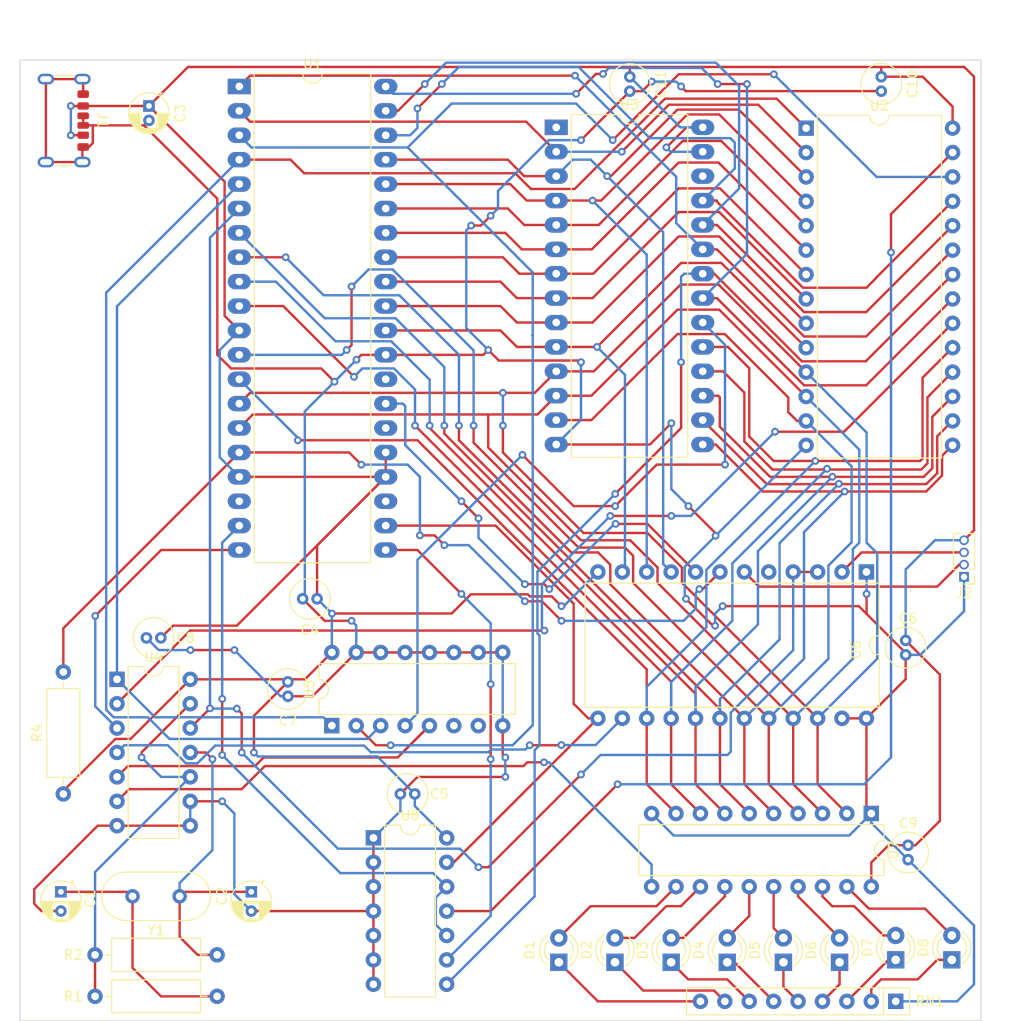
<source format=kicad_pcb>
(kicad_pcb (version 20221018) (generator pcbnew)
  (layers (0 "F.Cu" signal) (31 "B.Cu" signal) (34 "B.Paste" user) (35 "F.Paste" user) (36 "B.SilkS" user "B.Silkscreen") (37 "F.SilkS" user "F.Silkscreen") (38 "B.Mask" user) (39 "F.Mask" user) (44 "Edge.Cuts" user))
  (net 0 "")
  (net 1 "5V")
  (net 3 "~{I{slash}O}")
  (net 4 "~{RD}")
  (net 5 "~{WR}")
  (net 9 "Net-(U6-E)")
  (net 11 "~{INT}")
  (net 13 "~{M1}")
  (net 14 "A0")
  (net 15 "/Data4")
  (net 16 "/Data3")
  (net 17 "/Data5")
  (net 18 "/Data6")
  (net 19 "/Data2")
  (net 20 "/Data7")
  (net 21 "/Data0")
  (net 22 "/Data1")
  (net 23 "/Address11")
  (net 24 "/Address12")
  (net 25 "A13")
  (net 26 "A14")
  (net 27 "/Address15")
  (net 28 "A6")
  (net 29 "/Address1")
  (net 30 "/Address2")
  (net 31 "/Address3")
  (net 32 "/Address4")
  (net 33 "/Address5")
  (net 34 "A7")
  (net 35 "Net-(D1-A)")
  (net 36 "/Address8")
  (net 37 "/Address9")
  (net 38 "/Address10")
  (net 39 "GND")
  (net 41 "Net-(D2-A)")
  (net 42 "Net-(D3-A)")
  (net 45 "Net-(U2-~{CS})")
  (net 46 "ROM")
  (net 47 "Net-(C1-Pad1)")
  (net 48 "Net-(C2-Pad1)")
  (net 49 "Net-(R1-Pad1)")
  (net 50 "CLK")
  (net 51 "Net-(D4-A)")
  (net 52 "Net-(D5-A)")
  (net 53 "Net-(D6-A)")
  (net 54 "Net-(D7-A)")
  (net 55 "Net-(D8-A)")
  (net 56 "~{MREQ}")
  (net 57 "~{MEMRD}")
  (net 58 "~{MEMWR}")
  (net 59 "Net-(U5A-O1)")
  (net 60 "Net-(U7-Load)")
  (net 61 "Net-(D1-K)")
  (net 62 "Net-(D2-K)")
  (net 63 "Net-(D3-K)")
  (net 64 "Net-(D4-K)")
  (net 65 "Net-(D5-K)")
  (net 66 "Net-(D6-K)")
  (net 67 "Net-(D7-K)")
  (net 68 "Net-(D8-K)")
  (net 69 "TX")
  (net 70 "RX")
  (footprint "Capacitor_THT:C_Radial_D4.0mm_H5.0mm_P1.50mm" (layer "F.Cu") (at 129.254 93.467 180)
    (fp_text reference "C4")
    (fp_text value "0.1uF")
  )
  (footprint "LED_THT:LED_D3.0mm" (layer "F.Cu") (at 195.306 131.059 90)
    (fp_text reference "D8")
    (fp_text value "LED")
  )
  (footprint "LED_THT:LED_D3.0mm" (layer "F.Cu") (at 189.464 131.059 90)
    (fp_text reference "D7")
    (fp_text value "LED")
  )
  (footprint "Resistor_THT:R_Axial_DIN0309_L9.0mm_D3.2mm_P12.70mm_Horizontal" (layer "F.Cu") (at 102.85 113.787 90)
    (fp_text reference "R4")
    (fp_text value "3k3")
  )
  (footprint "LED_THT:LED_D3.0mm" (layer "F.Cu") (at 166.096 131.313 90)
    (fp_text reference "D3")
    (fp_text value "LED")
  )
  (footprint "Connector_USB:USB_C_Receptacle_GCT_USB4125-xx-x_6P_TopMnt_Horizontal" (layer "F.Cu") (at 101.834 43.683 -90)
    (fp_text reference "J1")
    (fp_text value "USB_C_Receptacle_PowerOnly_6P")
  )
  (footprint "Package_DIP:DIP-40_W15.24mm_LongPads" (layer "F.Cu") (at 121.158 40.132)
    (fp_text reference "U1")
    (fp_text value "Z80CPU")
  )
  (footprint "Package_DIP:DIP-14_W7.62mm" (layer "F.Cu") (at 108.438 101.849)
    (fp_text reference "U4")
    (fp_text value "74HCT04")
  )
  (footprint "Capacitor_THT:C_Radial_D4.0mm_H5.0mm_P1.50mm" (layer "F.Cu") (at 139.424 113.787 180)
    (fp_text reference "C5")
    (fp_text value "0.1uF")
  )
  (footprint "Capacitor_THT:CP_Radial_D4.0mm_P2.00mm" (layer "F.Cu") (at 102.596 123.975401 -90)
    (fp_text reference "C1")
    (fp_text value "22pF")
  )
  (footprint "Capacitor_THT:C_Radial_D4.0mm_H5.0mm_P1.50mm" (layer "F.Cu") (at 161.798 39.128 -90)
    (fp_text reference "C11")
    (fp_text value "0.1uF")
  )
  (footprint "Connector_PinHeader_1.27mm:PinHeader_1x04_P1.27mm_Vertical" (layer "F.Cu") (at 196.576 91.181 180)
    (fp_text reference "J2")
    (fp_text value "Conn_01x04_Pin")
  )
  (footprint "Crystal:Crystal_HC18-U_Vertical" (layer "F.Cu") (at 114.952 124.44 180)
    (fp_text reference "Y1")
    (fp_text value "1.8432MHz")
  )
  (footprint "Package_DIP:DIP-28_W15.24mm_LongPads" (layer "F.Cu") (at 154.142 44.388)
    (fp_text reference "U3")
    (fp_text value "27C64")
  )
  (footprint "LED_THT:LED_D3.0mm" (layer "F.Cu") (at 160.254 131.313 90)
    (fp_text reference "D2")
    (fp_text value "LED")
  )
  (footprint "Package_DIP:DIP-14_W7.62mm" (layer "F.Cu") (at 135.118 118.359)
    (fp_text reference "U8")
    (fp_text value "74LS32")
  )
  (footprint "Resistor_THT:R_Axial_DIN0309_L9.0mm_D3.2mm_P12.70mm_Horizontal" (layer "F.Cu") (at 106.152 134.854)
    (fp_text reference "R1")
    (fp_text value "1K")
  )
  (footprint "Resistor_THT:R_Array_SIP9" (layer "F.Cu") (at 189.464 135.377 180)
    (fp_text reference "RN1")
    (fp_text value "R_Network08")
  )
  (footprint "Capacitor_THT:CP_Radial_D4.0mm_P1.50mm" (layer "F.Cu") (at 111.76 42.164 -90)
    (fp_text reference "C3")
    (fp_text value "100uF")
  )
  (footprint "Capacitor_THT:C_Radial_D4.0mm_H5.0mm_P1.50mm" (layer "F.Cu") (at 126.218 102.115 -90)
    (fp_text reference "C7")
    (fp_text value "0.1uF")
  )
  (footprint "Package_DIP:DIP-24_W15.24mm" (layer "F.Cu") (at 186.416 90.673 -90)
    (fp_text reference "U6")
    (fp_text value "MC68A50")
  )
  (footprint "Package_DIP:DIP-20_W7.62mm" (layer "F.Cu") (at 186.924 115.819 -90)
    (fp_text reference "U7")
    (fp_text value "74LS573")
  )
  (footprint "LED_THT:LED_D3.0mm" (layer "F.Cu") (at 154.412 131.313 90)
    (fp_text reference "D1")
    (fp_text value "LED")
  )
  (footprint "Package_DIP:DIP-16_W7.62mm" (layer "F.Cu") (at 130.79 106.675 90)
    (fp_text reference "U5")
    (fp_text value "74LS139")
  )
  (footprint "Capacitor_THT:CP_Radial_D4.0mm_P2.00mm" (layer "F.Cu") (at 122.408 123.975401 -90)
    (fp_text reference "C2")
    (fp_text value "22pF")
  )
  (footprint "Capacitor_THT:C_Radial_D4.0mm_H5.0mm_P1.50mm" (layer "F.Cu") (at 190.754 119.126 -90)
    (fp_text reference "C9")
    (fp_text value "0.1uF")
  )
  (footprint "Resistor_THT:R_Axial_DIN0309_L9.0mm_D3.2mm_P12.70mm_Horizontal" (layer "F.Cu") (at 118.852 130.536 180)
    (fp_text reference "R2")
    (fp_text value "2.2M")
  )
  (footprint "Package_DIP:DIP-28_W15.24mm" (layer "F.Cu") (at 180.142 44.468)
    (fp_text reference "U2")
    (fp_text value "HM62256BLP")
  )
  (footprint "LED_THT:LED_D3.0mm" (layer "F.Cu") (at 183.622 131.313 90)
    (fp_text reference "D6")
    (fp_text value "LED")
  )
  (footprint "Capacitor_THT:C_Radial_D4.0mm_H5.0mm_P1.50mm" (layer "F.Cu") (at 190.5 97.802 -90)
    (fp_text reference "C6")
    (fp_text value "0.1uF")
  )
  (footprint "Capacitor_THT:C_Radial_D4.0mm_H5.0mm_P1.50mm" (layer "F.Cu") (at 187.96 39.116 -90)
    (fp_text reference "C10")
    (fp_text value "0.1uF")
  )
  (footprint "Capacitor_THT:C_Radial_D4.0mm_H5.0mm_P1.50mm" (layer "F.Cu") (at 112.998 97.536 180)
    (fp_text reference "C8")
    (fp_text value "0.1uF")
  )
  (footprint "LED_THT:LED_D3.0mm" (layer "F.Cu") (at 177.78 131.313 90)
    (fp_text reference "D5")
    (fp_text value "LED")
  )
  (footprint "LED_THT:LED_D3.0mm" (layer "F.Cu") (at 171.938 131.313 90)
    (fp_text reference "D4")
    (fp_text value "LED")
  )
  (gr_rect (start 98.334 37.389) (end 198.334 137.389) (stroke (width 0.1)) (fill none) (layer "Edge.Cuts"))
  (segment (start 102.85 113.473122) (end 102.85 113.787) (width 0.25) (layer "F.Cu") (net 1))
  (segment (start 197.612 86.335) (end 196.576 87.371) (width 0.25) (layer "F.Cu") (net 1))
  (segment (start 111.76 42.164) (end 119.633 50.037) (width 0.25) (layer "F.Cu") (net 1))
  (segment (start 165.603701 46.477701) (end 167.693402 44.388) (width 0.25) (layer "F.Cu") (net 1))
  (segment (start 104.913 42.164) (end 104.914 42.163) (width 0.25) (layer "F.Cu") (net 1))
  (segment (start 153.67 93.218) (end 151.393305 93.218) (width 0.25) (layer "F.Cu") (net 1))
  (segment (start 111.759 42.163) (end 111.76 42.164) (width 0.25) (layer "F.Cu") (net 1))
  (segment (start 194.056 116.586) (end 194.056 101.358) (width 0.25) (layer "F.Cu") (net 1))
  (segment (start 161.798 39.128) (end 161.798 38.1) (width 0.25) (layer "F.Cu") (net 1))
  (segment (start 103.641 45.203) (end 103.632 45.212) (width 0.25) (layer "F.Cu") (net 1))
  (segment (start 187.96 39.116) (end 187.96 38.1) (width 0.25) (layer "F.Cu") (net 1))
  (segment (start 187.96 38.1) (end 196.596 38.1) (width 0.25) (layer "F.Cu") (net 1))
  (segment (start 119.633 64.007) (end 121.158 65.532) (width 0.25) (layer "F.Cu") (net 1))
  (segment (start 116.058 101.849) (end 127.996 101.849) (width 0.25) (layer "F.Cu") (net 1))
  (segment (start 167.693402 44.388) (end 169.382 44.388) (width 0.25) (layer "F.Cu") (net 1))
  (segment (start 104.914 45.203) (end 103.641 45.203) (width 0.25) (layer "F.Cu") (net 1))
  (segment (start 122.682 109.474) (end 122.682 105.651) (width 0.25) (layer "F.Cu") (net 1))
  (segment (start 108.269122 108.054) (end 102.85 113.473122) (width 0.25) (layer "F.Cu") (net 1))
  (segment (start 195.382 42.22) (end 192.278 39.116) (width 0.25) (layer "F.Cu") (net 1))
  (segment (start 114.268 96.266) (end 112.998 97.536) (width 0.25) (layer "F.Cu") (net 1))
  (segment (start 129.254 87.916) (end 136.398 80.772) (width 0.25) (layer "F.Cu") (net 1))
  (segment (start 136.398 78.232) (end 136.398 80.772) (width 0.25) (layer "F.Cu") (net 1))
  (segment (start 116.058 101.849) (end 109.853 108.054) (width 0.25) (layer "F.Cu") (net 1))
  (segment (start 122.682 105.651) (end 126.218 102.115) (width 0.25) (layer "F.Cu") (net 1))
  (segment (start 192.278 39.116) (end 187.96 39.116) (width 0.25) (layer "F.Cu") (net 1))
  (segment (start 196.596 38.1) (end 197.612 39.116) (width 0.25) (layer "F.Cu") (net 1))
  (segment (start 190.754 119.126) (end 188.722 119.126) (width 0.25) (layer "F.Cu") (net 1))
  (segment (start 115.824 38.1) (end 161.798 38.1) (width 0.25) (layer "F.Cu") (net 1))
  (segment (start 190.754 119.126) (end 191.516 119.126) (width 0.25) (layer "F.Cu") (net 1))
  (segment (start 127.996 101.849) (end 130.79 99.055) (width 0.25) (layer "F.Cu") (net 1))
  (segment (start 136.398 80.772) (end 121.158 80.772) (width 0.25) (layer "F.Cu") (net 1))
  (segment (start 103.632 42.164) (end 104.913 42.164) (width 0.25) (layer "F.Cu") (net 1))
  (segment (start 165.603701 46.477701) (end 165.603701 46.240897) (width 0.25) (layer "F.Cu") (net 1))
  (segment (start 197.612 39.116) (end 197.612 86.335) (width 0.25) (layer "F.Cu") (net 1))
  (segment (start 161.798 38.1) (end 187.96 38.1) (width 0.25) (layer "F.Cu") (net 1))
  (segment (start 194.056 101.358) (end 190.5 97.802) (width 0.25) (layer "F.Cu") (net 1))
  (segment (start 154.686 94.234) (end 153.67 93.218) (width 0.25) (layer "F.Cu") (net 1))
  (segment (start 188.722 119.126) (end 186.924 120.924) (width 0.25) (layer "F.Cu") (net 1))
  (segment (start 145.260305 93.001) (end 143.265305 94.996) (width 0.25) (layer "F.Cu") (net 1))
  (segment (start 120.904 96.266) (end 114.268 96.266) (width 0.25) (layer "F.Cu") (net 1))
  (segment (start 151.176305 93.001) (end 145.260305 93.001) (width 0.25) (layer "F.Cu") (net 1))
  (segment (start 151.393305 93.218) (end 151.176305 93.001) (width 0.25) (layer "F.Cu") (net 1))
  (segment (start 111.76 42.164) (end 115.824 38.1) (width 0.25) (layer "F.Cu") (net 1))
  (segment (start 119.633 50.037) (end 119.633 64.007) (width 0.25) (layer "F.Cu") (net 1))
  (segment (start 129.254 93.467) (end 129.254 87.916) (width 0.25) (layer "F.Cu") (net 1))
  (segment (start 186.924 120.924) (end 186.924 123.439) (width 0.25) (layer "F.Cu") (net 1))
  (segment (start 109.853 108.054) (end 108.269122 108.054) (width 0.25) (layer "F.Cu") (net 1))
  (segment (start 143.265305 94.996) (end 130.81 94.996) (width 0.25) (layer "F.Cu") (net 1))
  (segment (start 191.516 119.126) (end 194.056 116.586) (width 0.25) (layer "F.Cu") (net 1))
  (segment (start 195.382 44.468) (end 195.382 42.22) (width 0.25) (layer "F.Cu") (net 1))
  (segment (start 136.398 80.772) (end 120.904 96.266) (width 0.25) (layer "F.Cu") (net 1))
  (segment (start 104.914 42.163) (end 111.759 42.163) (width 0.25) (layer "F.Cu") (net 1))
  (via (at 103.632 42.164) (size 0.8) (drill 0.4) (layers "F.Cu" "B.Cu") (net 1))
  (via (at 154.686 94.234) (size 0.8) (drill 0.4) (layers "F.Cu" "B.Cu") (net 1))
  (via (at 122.682 109.474) (size 0.8) (drill 0.4) (layers "F.Cu" "B.Cu") (net 1))
  (via (at 103.632 45.212) (size 0.8) (drill 0.4) (layers "F.Cu" "B.Cu") (net 1))
  (via (at 130.81 94.996) (size 0.8) (drill 0.4) (layers "F.Cu" "B.Cu") (net 1))
  (via (at 165.603701 46.477701) (size 0.8) (drill 0.4) (layers "F.Cu" "B.Cu") (net 1))
  (segment (start 103.632 45.212) (end 103.632 42.164) (width 0.25) (layer "B.Cu") (net 1))
  (segment (start 119.126 67.564) (end 121.158 65.532) (width 0.25) (layer "B.Cu") (net 1))
  (segment (start 123.095 109.887) (end 122.682 109.474) (width 0.25) (layer "B.Cu") (net 1))
  (segment (start 135.524 109.887) (end 123.095 109.887) (width 0.25) (layer "B.Cu") (net 1))
  (segment (start 119.126 78.74) (end 119.126 67.564) (width 0.25) (layer "B.Cu") (net 1))
  (segment (start 193.553 87.371) (end 190.5 90.424) (width 0.25) (layer "B.Cu") (net 1))
  (segment (start 167.058 44.388) (end 161.798 39.128) (width 0.25) (layer "B.Cu") (net 1))
  (segment (start 196.576 87.371) (end 193.553 87.371) (width 0.25) (layer "B.Cu") (net 1))
  (segment (start 139.424 115.045) (end 142.738 118.359) (width 0.25) (layer "B.Cu") (net 1))
  (segment (start 139.424 113.787) (end 135.524 109.887) (width 0.25) (layer "B.Cu") (net 1))
  (segment (start 158.476 90.673) (end 154.915 94.234) (width 0.25) (layer "B.Cu") (net 1))
  (segment (start 167.058 44.388) (end 169.382 44.388) (width 0.25) (layer "B.Cu") (net 1))
  (segment (start 190.5 90.424) (end 190.5 97.802) (width 0.25) (layer "B.Cu") (net 1))
  (segment (start 169.382 46.928) (end 166.054 46.928) (width 0.25) (layer "B.Cu") (net 1))
  (segment (start 121.158 80.772) (end 119.126 78.74) (width 0.25) (layer "B.Cu") (net 1))
  (segment (start 166.054 46.928) (end 165.603701 46.477701) (width 0.25) (layer "B.Cu") (net 1))
  (segment (start 154.915 94.234) (end 154.686 94.234) (width 0.25) (layer "B.Cu") (net 1))
  (segment (start 130.79 99.055) (end 130.79 95.003) (width 0.25) (layer "B.Cu") (net 1))
  (segment (start 130.79 95.003) (end 129.254 93.467) (width 0.25) (layer "B.Cu") (net 1))
  (segment (start 139.424 113.787) (end 139.424 115.045) (width 0.25) (layer "B.Cu") (net 1))
  (segment (start 113.03 88.392) (end 121.158 88.392) (width 0.25) (layer "F.Cu") (net 3))
  (segment (start 106.172 95.25) (end 113.03 88.392) (width 0.25) (layer "F.Cu") (net 3))
  (via (at 106.172 95.25) (size 0.8) (drill 0.4) (layers "F.Cu" "B.Cu") (net 3))
  (segment (start 108.438 106.929) (end 106.172 104.663) (width 0.25) (layer "B.Cu") (net 3))
  (segment (start 106.172 104.663) (end 106.172 95.25) (width 0.25) (layer "B.Cu") (net 3))
  (segment (start 144.272 92.964) (end 139.7 88.392) (width 0.25) (layer "F.Cu") (net 4))
  (segment (start 147.32 110.1595) (end 147.32 102.362) (width 0.25) (layer "F.Cu") (net 4))
  (segment (start 139.7 88.392) (end 136.398 88.392) (width 0.25) (layer "F.Cu") (net 4))
  (via (at 147.32 102.362) (size 0.8) (drill 0.4) (layers "F.Cu" "B.Cu") (net 4))
  (via (at 147.32 110.1595) (size 0.8) (drill 0.4) (layers "F.Cu" "B.Cu") (net 4))
  (via (at 144.272 92.964) (size 0.8) (drill 0.4) (layers "F.Cu" "B.Cu") (net 4))
  (segment (start 147.32 96.012) (end 144.272 92.964) (width 0.25) (layer "B.Cu") (net 4))
  (segment (start 147.32 110.1595) (end 147.32 126.477) (width 0.25) (layer "B.Cu") (net 4))
  (segment (start 147.32 102.362) (end 147.32 96.012) (width 0.25) (layer "B.Cu") (net 4))
  (segment (start 147.32 126.477) (end 142.738 131.059) (width 0.25) (layer "B.Cu") (net 4))
  (segment (start 147.828 85.852) (end 155.956 93.98) (width 0.25) (layer "F.Cu") (net 5))
  (segment (start 158.476 105.913) (end 143.49 120.899) (width 0.25) (layer "F.Cu") (net 5))
  (segment (start 143.49 120.899) (end 142.738 120.899) (width 0.25) (layer "F.Cu") (net 5))
  (segment (start 157.475 105.913) (end 158.476 105.913) (width 0.25) (layer "F.Cu") (net 5))
  (segment (start 136.398 85.852) (end 147.828 85.852) (width 0.25) (layer "F.Cu") (net 5))
  (segment (start 155.956 93.98) (end 155.956 104.394) (width 0.25) (layer "F.Cu") (net 5))
  (segment (start 155.956 104.394) (end 157.475 105.913) (width 0.25) (layer "F.Cu") (net 5))
  (segment (start 154.652402 108.712) (end 154.669201 108.695201) (width 0.25) (layer "F.Cu") (net 9))
  (segment (start 151.384 108.712) (end 154.652402 108.712) (width 0.25) (layer "F.Cu") (net 9))
  (via (at 151.384 108.712) (size 0.8) (drill 0.4) (layers "F.Cu" "B.Cu") (net 9))
  (via (at 154.669201 108.695201) (size 0.8) (drill 0.4) (layers "F.Cu" "B.Cu") (net 9))
  (segment (start 113.717122 108.712) (end 115.599122 110.594) (width 0.25) (layer "B.Cu") (net 9))
  (segment (start 150.934 109.162) (end 151.384 108.712) (width 0.25) (layer "B.Cu") (net 9))
  (segment (start 154.669201 108.695201) (end 158.233799 108.695201) (width 0.25) (layer "B.Cu") (net 9))
  (segment (start 109.195 108.712) (end 113.717122 108.712) (width 0.25) (layer "B.Cu") (net 9))
  (segment (start 158.233799 108.695201) (end 161.016 105.913) (width 0.25) (layer "B.Cu") (net 9))
  (segment (start 116.8025 110.594) (end 118.6475 108.749) (width 0.25) (layer "B.Cu") (net 9))
  (segment (start 147.378 109.162) (end 150.934 109.162) (width 0.25) (layer "B.Cu") (net 9))
  (segment (start 147.103 109.437) (end 147.378 109.162) (width 0.25) (layer "B.Cu") (net 9))
  (segment (start 108.438 109.469) (end 109.195 108.712) (width 0.25) (layer "B.Cu") (net 9))
  (segment (start 118.6475 108.749) (end 134.149 108.749) (width 0.25) (layer "B.Cu") (net 9))
  (segment (start 115.599122 110.594) (end 116.8025 110.594) (width 0.25) (layer "B.Cu") (net 9))
  (segment (start 134.149 108.749) (end 134.837 109.437) (width 0.25) (layer "B.Cu") (net 9))
  (segment (start 134.837 109.437) (end 147.103 109.437) (width 0.25) (layer "B.Cu") (net 9))
  (segment (start 102.85 101.087) (end 102.85 96.54) (width 0.25) (layer "F.Cu") (net 11))
  (segment (start 154.686 95.758) (end 152.654 93.726) (width 0.25) (layer "F.Cu") (net 11))
  (segment (start 102.85 96.54) (end 121.158 78.232) (width 0.25) (layer "F.Cu") (net 11))
  (segment (start 141.478 86.868) (end 139.954 86.868) (width 0.25) (layer "F.Cu") (net 11))
  (segment (start 169.393 92.456) (end 171.176 90.673) (width 0.25) (layer "F.Cu") (net 11))
  (segment (start 152.654 93.726) (end 150.876 93.726) (width 0.25) (layer "F.Cu") (net 11))
  (segment (start 132.588 78.232) (end 133.858 79.502) (width 0.25) (layer "F.Cu") (net 11))
  (segment (start 169.0365 92.456) (end 169.393 92.456) (width 0.25) (layer "F.Cu") (net 11))
  (segment (start 121.158 78.232) (end 132.588 78.232) (width 0.25) (layer "F.Cu") (net 11))
  (segment (start 142.494 87.884) (end 141.478 86.868) (width 0.25) (layer "F.Cu") (net 11))
  (via (at 150.876 93.726) (size 0.8) (drill 0.4) (layers "F.Cu" "B.Cu") (net 11))
  (via (at 139.954 86.868) (size 0.8) (drill 0.4) (layers "F.Cu" "B.Cu") (net 11))
  (via (at 133.858 79.502) (size 0.8) (drill 0.4) (layers "F.Cu" "B.Cu") (net 11))
  (via (at 142.494 87.884) (size 0.8) (drill 0.4) (layers "F.Cu" "B.Cu") (net 11))
  (via (at 169.0365 92.456) (size 0.8) (drill 0.4) (layers "F.Cu" "B.Cu") (net 11))
  (via (at 154.686 95.758) (size 0.8) (drill 0.4) (layers "F.Cu" "B.Cu") (net 11))
  (segment (start 146.05 88.9) (end 150.876 93.726) (width 0.25) (layer "B.Cu") (net 11))
  (segment (start 168.656 94.488) (end 168.656 92.8365) (width 0.25) (layer "B.Cu") (net 11))
  (segment (start 139.954 86.868) (end 139.954 80.772) (width 0.25) (layer "B.Cu") (net 11))
  (segment (start 139.954 80.772) (end 138.684 79.502) (width 0.25) (layer "B.Cu") (net 11))
  (segment (start 146.05 88.9) (end 145.034 87.884) (width 0.25) (layer "B.Cu") (net 11))
  (segment (start 167.386 95.758) (end 168.656 94.488) (width 0.25) (layer "B.Cu") (net 11))
  (segment (start 168.656 92.8365) (end 169.0365 92.456) (width 0.25) (layer "B.Cu") (net 11))
  (segment (start 133.858 79.502) (end 138.684 79.502) (width 0.25) (layer "B.Cu") (net 11))
  (segment (start 145.034 87.884) (end 142.494 87.884) (width 0.25) (layer "B.Cu") (net 11))
  (segment (start 154.686 95.758) (end 167.386 95.758) (width 0.25) (layer "B.Cu") (net 11))
  (segment (start 144.272 83.312) (end 146.05 85.09) (width 0.25) (layer "F.Cu") (net 13))
  (segment (start 160.320424 85.667636) (end 163.630636 85.667636) (width 0.25) (layer "F.Cu") (net 13))
  (segment (start 150.876 91.948) (end 152.899402 91.948) (width 0.25) (layer "F.Cu") (net 13))
  (segment (start 163.630636 85.667636) (end 168.636 90.673) (width 0.25) (layer "F.Cu") (net 13))
  (segment (start 152.899402 91.948) (end 153.411701 92.460299) (width 0.25) (layer "F.Cu") (net 13))
  (via (at 153.411701 92.460299) (size 0.8) (drill 0.4) (layers "F.Cu" "B.Cu") (net 13))
  (via (at 150.876 91.948) (size 0.8) (drill 0.4) (layers "F.Cu" "B.Cu") (net 13))
  (via (at 144.272 83.312) (size 0.8) (drill 0.4) (layers "F.Cu" "B.Cu") (net 13))
  (via (at 146.05 85.09) (size 0.8) (drill 0.4) (layers "F.Cu" "B.Cu") (net 13))
  (via (at 160.320424 85.667636) (size 0.8) (drill 0.4) (layers "F.Cu" "B.Cu") (net 13))
  (segment (start 153.411701 92.460299) (end 160.02 85.852) (width 0.25) (layer "B.Cu") (net 13))
  (segment (start 146.05 85.09) (end 146.05 87.122) (width 0.25) (layer "B.Cu") (net 13))
  (segment (start 138.43 77.47) (end 138.43 73.406) (width 0.25) (layer "B.Cu") (net 13))
  (segment (start 160.02 85.852) (end 160.204364 85.667636) (width 0.25) (layer "B.Cu") (net 13))
  (segment (start 144.272 83.312) (end 138.43 77.47) (width 0.25) (layer "B.Cu") (net 13))
  (segment (start 146.05 87.122) (end 150.876 91.948) (width 0.25) (layer "B.Cu") (net 13))
  (segment (start 138.176 73.152) (end 136.398 73.152) (width 0.25) (layer "B.Cu") (net 13))
  (segment (start 138.43 73.406) (end 138.176 73.152) (width 0.25) (layer "B.Cu") (net 13))
  (segment (start 160.204364 85.667636) (end 160.320424 85.667636) (width 0.25) (layer "B.Cu") (net 13))
  (segment (start 154.142 67.248) (end 150.052 67.248) (width 0.25) (layer "F.Cu") (net 14))
  (segment (start 167.132 58.503) (end 158.387 67.248) (width 0.25) (layer "F.Cu") (net 14))
  (segment (start 158.387 67.248) (end 154.142 67.248) (width 0.25) (layer "F.Cu") (net 14))
  (segment (start 148.336 65.532) (end 136.398 65.532) (width 0.25) (layer "F.Cu") (net 14))
  (segment (start 171.317 58.503) (end 167.132 58.503) (width 0.25) (layer "F.Cu") (net 14))
  (segment (start 180.142 67.328) (end 171.317 58.503) (width 0.25) (layer "F.Cu") (net 14))
  (segment (start 150.052 67.248) (end 148.336 65.532) (width 0.25) (layer "F.Cu") (net 14))
  (via (at 158.387 67.248) (size 0.8) (drill 0.4) (layers "F.Cu" "B.Cu") (net 14))
  (segment (start 161.016 90.673) (end 161.29 90.399) (width 0.25) (layer "B.Cu") (net 14))
  (segment (start 161.29 70.151) (end 158.387 67.248) (width 0.25) (layer "B.Cu") (net 14))
  (segment (start 161.29 90.399) (end 161.29 70.151) (width 0.25) (layer "B.Cu") (net 14))
  (segment (start 192.634 81.534) (end 193.782 80.386) (width 0.25) (layer "F.Cu") (net 15))
  (segment (start 169.382 74.868) (end 176.048 81.534) (width 0.25) (layer "F.Cu") (net 15))
  (segment (start 171.176 112.771) (end 174.224 115.819) (width 0.25) (layer "F.Cu") (net 15))
  (segment (start 193.782 80.386) (end 193.782 76.548) (width 0.25) (layer "F.Cu") (net 15))
  (segment (start 193.782 76.548) (end 195.382 74.948) (width 0.25) (layer "F.Cu") (net 15))
  (segment (start 171.176 104.956878) (end 142.494 76.274878) (width 0.25) (layer "F.Cu") (net 15))
  (segment (start 142.494 76.274878) (end 142.494 75.438) (width 0.25) (layer "F.Cu") (net 15))
  (segment (start 176.048 81.534) (end 178.562 81.534) (width 0.25) (layer "F.Cu") (net 15))
  (segment (start 171.176 105.913) (end 171.176 112.771) (width 0.25) (layer "F.Cu") (net 15))
  (segment (start 178.562 81.534) (end 192.634 81.534) (width 0.25) (layer "F.Cu") (net 15))
  (segment (start 171.176 105.913) (end 171.176 104.956878) (width 0.25) (layer "F.Cu") (net 15))
  (via (at 142.494 75.438) (size 0.8) (drill 0.4) (layers "F.Cu" "B.Cu") (net 15))
  (via (at 183.55075 81.49606) (size 0.8) (drill 0.4) (layers "F.Cu" "B.Cu") (net 15))
  (segment (start 130.048 64.262) (end 121.158 55.372) (width 0.25) (layer "B.Cu") (net 15))
  (segment (start 177.381 87.66581) (end 183.55075 81.49606) (width 0.25) (layer "B.Cu") (net 15))
  (segment (start 177.381 97.701) (end 177.381 87.66581) (width 0.25) (layer "B.Cu") (net 15))
  (segment (start 142.494 69.342) (end 137.414 64.262) (width 0.25) (layer "B.Cu") (net 15))
  (segment (start 171.176 103.906) (end 177.381 97.701) (width 0.25) (layer "B.Cu") (net 15))
  (segment (start 171.176 105.913) (end 171.176 103.906) (width 0.25) (layer "B.Cu") (net 15))
  (segment (start 142.494 75.438) (end 142.494 69.342) (width 0.25) (layer "B.Cu") (net 15))
  (segment (start 137.414 64.262) (end 130.048 64.262) (width 0.25) (layer "B.Cu") (net 15))
  (segment (start 175.626 82.296) (end 174.478 81.148) (width 0.25) (layer "F.Cu") (net 16))
  (segment (start 174.45 81.12) (end 170.738 77.408) (width 0.25) (layer "F.Cu") (net 16))
  (segment (start 155.702 88.646) (end 144.018 76.962) (width 0.25) (layer "F.Cu") (net 16))
  (segment (start 158.496 88.646) (end 155.702 88.646) (width 0.25) (layer "F.Cu") (net 16))
  (segment (start 192.634 82.296) (end 184.15 82.296) (width 0.25) (layer "F.Cu") (net 16))
  (segment (start 169.382 77.704396) (end 169.382 77.408) (width 0.25) (layer "F.Cu") (net 16))
  (segment (start 170.738 77.408) (end 169.382 77.408) (width 0.25) (layer "F.Cu") (net 16))
  (segment (start 173.716 112.771) (end 176.764 115.819) (width 0.25) (layer "F.Cu") (net 16))
  (segment (start 184.15 82.296) (end 179.578 82.296) (width 0.25) (layer "F.Cu") (net 16))
  (segment (start 159.766 91.963) (end 159.766 89.916) (width 0.25) (layer "F.Cu") (net 16))
  (segment (start 125.984 57.912) (end 121.158 57.912) (width 0.25) (layer "F.Cu") (net 16))
  (segment (start 194.29 80.64) (end 192.634 82.296) (width 0.25) (layer "F.Cu") (net 16))
  (segment (start 159.766 89.916) (end 158.496 88.646) (width 0.25) (layer "F.Cu") (net 16))
  (segment (start 173.716 105.913) (end 159.766 91.963) (width 0.25) (layer "F.Cu") (net 16))
  (segment (start 173.716 105.913) (end 173.716 112.771) (width 0.25) (layer "F.Cu") (net 16))
  (segment (start 174.478 81.148) (end 174.478 81.148) (width 0.25) (layer "F.Cu") (net 16))
  (segment (start 194.29 78.58) (end 194.29 80.64) (width 0.25) (layer "F.Cu") (net 16))
  (segment (start 195.382 77.488) (end 194.29 78.58) (width 0.25) (layer "F.Cu") (net 16))
  (segment (start 144.018 76.962) (end 144.018 75.438) (width 0.25) (layer "F.Cu") (net 16))
  (segment (start 179.578 82.296) (end 175.626 82.296) (width 0.25) (layer "F.Cu") (net 16))
  (via (at 125.984 57.912) (size 0.8) (drill 0.4) (layers "F.Cu" "B.Cu") (net 16))
  (via (at 144.018 75.438) (size 0.8) (drill 0.4) (layers "F.Cu" "B.Cu") (net 16))
  (via (at 184.15 82.296) (size 0.8) (drill 0.4) (layers "F.Cu" "B.Cu") (net 16))
  (segment (start 144.018 68.072) (end 137.813 61.867) (width 0.25) (layer "B.Cu") (net 16))
  (segment (start 144.018 75.438) (end 144.018 68.072) (width 0.25) (layer "B.Cu") (net 16))
  (segment (start 137.813 61.867) (end 129.939 61.867) (width 0.25) (layer "B.Cu") (net 16))
  (segment (start 179.921 86.525) (end 184.15 82.296) (width 0.25) (layer "B.Cu") (net 16))
  (segment (start 179.921 99.708) (end 179.921 86.525) (width 0.25) (layer "B.Cu") (net 16))
  (segment (start 173.716 105.913) (end 179.921 99.708) (width 0.25) (layer "B.Cu") (net 16))
  (segment (start 129.939 61.867) (end 125.984 57.912) (width 0.25) (layer "B.Cu") (net 16))
  (segment (start 171.162 75.546) (end 171.162 72.498) (width 0.25) (layer "F.Cu") (net 17))
  (segment (start 176.388 80.772) (end 171.162 75.546) (width 0.25) (layer "F.Cu") (net 17))
  (segment (start 170.992 72.328) (end 169.382 72.328) (width 0.25) (layer "F.Cu") (net 17))
  (segment (start 168.636 112.771) (end 171.684 115.819) (width 0.25) (layer "F.Cu") (net 17))
  (segment (start 171.162 72.498) (end 170.992 72.328) (width 0.25) (layer "F.Cu") (net 17))
  (segment (start 140.97 75.692) (end 140.97 75.438) (width 0.25) (layer "F.Cu") (net 17))
  (segment (start 193.274 74.516) (end 193.274 79.878) (width 0.25) (layer "F.Cu") (net 17))
  (segment (start 192.38 80.772) (end 176.388 80.772) (width 0.25) (layer "F.Cu") (net 17))
  (segment (start 168.636 103.358) (end 163.322 98.044) (width 0.25) (layer "F.Cu") (net 17))
  (segment (start 195.382 72.408) (end 193.274 74.516) (width 0.25) (layer "F.Cu") (net 17))
  (segment (start 163.322 98.044) (end 140.97 75.692) (width 0.25) (layer "F.Cu") (net 17))
  (segment (start 168.636 105.913) (end 168.636 112.771) (width 0.25) (layer "F.Cu") (net 17))
  (segment (start 168.636 105.913) (end 168.636 103.358) (width 0.25) (layer "F.Cu") (net 17))
  (segment (start 193.274 79.878) (end 192.38 80.772) (width 0.25) (layer "F.Cu") (net 17))
  (via (at 140.97 75.438) (size 0.8) (drill 0.4) (layers "F.Cu" "B.Cu") (net 17))
  (via (at 182.871503 80.762828) (size 0.8) (drill 0.4) (layers "F.Cu" "B.Cu") (net 17))
  (segment (start 168.636 102.636) (end 175.131 96.141) (width 0.25) (layer "B.Cu") (net 17))
  (segment (start 140.97 75.438) (end 140.97 70.660122) (width 0.25) (layer "B.Cu") (net 17))
  (segment (start 131.173 66.657) (end 124.968 60.452) (width 0.25) (layer "B.Cu") (net 17))
  (segment (start 175.131 96.141) (end 175.131 88.503331) (width 0.25) (layer "B.Cu") (net 17))
  (segment (start 124.968 60.452) (end 121.158 60.452) (width 0.25) (layer "B.Cu") (net 17))
  (segment (start 136.966878 66.657) (end 131.173 66.657) (width 0.25) (layer "B.Cu") (net 17))
  (segment (start 175.131 88.503331) (end 182.871503 80.762828) (width 0.25) (layer "B.Cu") (net 17))
  (segment (start 140.97 70.660122) (end 136.966878 66.657) (width 0.25) (layer "B.Cu") (net 17))
  (segment (start 168.636 105.913) (end 168.636 102.636) (width 0.25) (layer "B.Cu") (net 17))
  (segment (start 139.446 75.438) (end 166.096 102.088) (width 0.25) (layer "F.Cu") (net 18))
  (segment (start 166.096 105.913) (end 166.096 112.771) (width 0.25) (layer "F.Cu") (net 18))
  (segment (start 193.02 72.23) (end 193.02 72.258) (width 0.25) (layer "F.Cu") (net 18))
  (segment (start 192.766 72.512) (end 192.766 79.37) (width 0.25) (layer "F.Cu") (net 18))
  (segment (start 192.766 79.37) (end 192.126 80.01) (width 0.25) (layer "F.Cu") (net 18))
  (segment (start 171.5 69.788) (end 169.382 69.788) (width 0.25) (layer "F.Cu") (net 18))
  (segment (start 176.642 80.01) (end 173.716 77.084) (width 0.25) (layer "F.Cu") (net 18))
  (segment (start 173.716 77.084) (end 173.716 72.004) (width 0.25) (layer "F.Cu") (net 18))
  (segment (start 166.096 102.088) (end 166.096 105.913) (width 0.25) (layer "F.Cu") (net 18))
  (segment (start 173.716 72.004) (end 171.5 69.788) (width 0.25) (layer "F.Cu") (net 18))
  (segment (start 192.126 80.01) (end 176.642 80.01) (width 0.25) (layer "F.Cu") (net 18))
  (segment (start 193.02 72.258) (end 192.766 72.512) (width 0.25) (layer "F.Cu") (net 18))
  (segment (start 125.73 62.992) (end 133.096 70.358) (width 0.25) (layer "F.Cu") (net 18))
  (segment (start 195.382 69.868) (end 193.02 72.23) (width 0.25) (layer "F.Cu") (net 18))
  (segment (start 121.158 62.992) (end 125.73 62.992) (width 0.25) (layer "F.Cu") (net 18))
  (segment (start 166.096 112.771) (end 169.144 115.819) (width 0.25) (layer "F.Cu") (net 18))
  (via (at 133.096 70.358) (size 0.8) (drill 0.4) (layers "F.Cu" "B.Cu") (net 18))
  (via (at 139.446 75.438) (size 0.8) (drill 0.4) (layers "F.Cu" "B.Cu") (net 18))
  (via (at 182.318905 79.929977) (size 0.8) (drill 0.4) (layers "F.Cu" "B.Cu") (net 18))
  (segment (start 137.256878 69.487) (end 139.446 71.676122) (width 0.25) (layer "B.Cu") (net 18))
  (segment (start 133.096 70.358) (end 133.967 69.487) (width 0.25) (layer "B.Cu") (net 18))
  (segment (start 172.466 89.782882) (end 182.318905 79.929977) (width 0.25) (layer "B.Cu") (net 18))
  (segment (start 166.096 102.128) (end 172.466 95.758) (width 0.25) (layer "B.Cu") (net 18))
  (segment (start 139.446 71.676122) (end 139.446 75.438) (width 0.25) (layer "B.Cu") (net 18))
  (segment (start 133.967 69.487) (end 137.256878 69.487) (width 0.25) (layer "B.Cu") (net 18))
  (segment (start 166.096 105.913) (end 166.096 102.128) (width 0.25) (layer "B.Cu") (net 18))
  (segment (start 172.466 95.758) (end 172.466 89.782882) (width 0.25) (layer "B.Cu") (net 18))
  (segment (start 145.542 77.216) (end 145.542 75.438) (width 0.25) (layer "F.Cu") (net 19))
  (segment (start 132.842 60.96) (end 132.842 67.056) (width 0.25) (layer "F.Cu") (net 19))
  (segment (start 178.288 74.036) (end 179.2 74.948) (width 0.25) (layer "F.Cu") (net 19))
  (segment (start 161.29 88.138) (end 156.464 88.138) (width 0.25) (layer "F.Cu") (net 19))
  (segment (start 171.684 65.908) (end 178.288 72.512) (width 0.25) (layer "F.Cu") (net 19))
  (segment (start 178.288 72.512) (end 178.288 74.036) (width 0.25) (layer "F.Cu") (net 19))
  (segment (start 156.464 88.138) (end 145.542 77.216) (width 0.25) (layer "F.Cu") (net 19))
  (segment (start 179.2 74.948) (end 180.142 74.948) (width 0.25) (layer "F.Cu") (net 19))
  (segment (start 176.256 112.771) (end 179.304 115.819) (width 0.25) (layer "F.Cu") (net 19))
  (segment (start 157.796 74.868) (end 166.756 65.908) (width 0.25) (layer "F.Cu") (net 19))
  (segment (start 162.141 91.798) (end 162.141 88.989) (width 0.25) (layer "F.Cu") (net 19))
  (segment (start 166.756 65.908) (end 166.878 65.908) (width 0.25) (layer "F.Cu") (net 19))
  (segment (start 176.256 105.913) (end 176.256 112.771) (width 0.25) (layer "F.Cu") (net 19))
  (segment (start 166.878 65.908) (end 171.684 65.908) (width 0.25) (layer "F.Cu") (net 19))
  (segment (start 154.142 74.868) (end 157.796 74.868) (width 0.25) (layer "F.Cu") (net 19))
  (segment (start 176.256 105.913) (end 162.141 91.798) (width 0.25) (layer "F.Cu") (net 19))
  (segment (start 132.842 67.056) (end 132.334 67.564) (width 0.25) (layer "F.Cu") (net 19))
  (segment (start 162.141 88.989) (end 161.29 88.138) (width 0.25) (layer "F.Cu") (net 19))
  (via (at 132.842 60.96) (size 0.8) (drill 0.4) (layers "F.Cu" "B.Cu") (net 19))
  (via (at 132.334 67.564) (size 0.8) (drill 0.4) (layers "F.Cu" "B.Cu") (net 19))
  (via (at 145.542 75.438) (size 0.8) (drill 0.4) (layers "F.Cu" "B.Cu") (net 19))
  (segment (start 176.256 105.913) (end 182.1055 100.0635) (width 0.25) (layer "B.Cu") (net 19))
  (segment (start 131.826 68.072) (end 121.158 68.072) (width 0.25) (layer "B.Cu") (net 19))
  (segment (start 184.875 79.681) (end 180.142 74.948) (width 0.25) (layer "B.Cu") (net 19))
  (segment (start 145.542 67.612122) (end 137.111878 59.182) (width 0.25) (layer "B.Cu") (net 19))
  (segment (start 134.62 59.182) (end 132.842 60.96) (width 0.25) (layer "B.Cu") (net 19))
  (segment (start 153.841 74.567) (end 154.142 74.868) (width 0.25) (layer "B.Cu") (net 19))
  (segment (start 145.542 75.438) (end 145.542 67.612122) (width 0.25) (layer "B.Cu") (net 19))
  (segment (start 184.875 87.591) (end 184.875 79.681) (width 0.25) (layer "B.Cu") (net 19))
  (segment (start 137.111878 59.182) (end 134.62 59.182) (width 0.25) (layer "B.Cu") (net 19))
  (segment (start 182.461 99.708) (end 182.461 90.005) (width 0.25) (layer "B.Cu") (net 19))
  (segment (start 182.1055 100.0635) (end 182.461 99.708) (width 0.25) (layer "B.Cu") (net 19))
  (segment (start 182.461 90.005) (end 184.875 87.591) (width 0.25) (layer "B.Cu") (net 19))
  (segment (start 132.334 67.564) (end 131.826 68.072) (width 0.25) (layer "B.Cu") (net 19))
  (segment (start 163.556 105.913) (end 163.556 100.818) (width 0.25) (layer "F.Cu") (net 20))
  (segment (start 163.556 105.913) (end 163.556 112.771) (width 0.25) (layer "F.Cu") (net 20))
  (segment (start 174.224 76.576) (end 174.224 69.464) (width 0.25) (layer "F.Cu") (net 20))
  (segment (start 158.242 95.504) (end 139.7 76.962) (width 0.25) (layer "F.Cu") (net 20))
  (segment (start 192.258 78.862) (end 192.004 79.116) (width 0.25) (layer "F.Cu") (net 20))
  (segment (start 192.004 79.116) (end 177.526 79.116) (width 0.25) (layer "F.Cu") (net 20))
  (segment (start 163.556 100.818) (end 158.242 95.504) (width 0.25) (layer "F.Cu") (net 20))
  (segment (start 192.258 70.988) (end 192.258 70.734) (width 0.25) (layer "F.Cu") (net 20))
  (segment (start 174.224 69.464) (end 172.008 67.248) (width 0.25) (layer "F.Cu") (net 20))
  (segment (start 139.7 76.962) (end 128.524 76.962) (width 0.25) (layer "F.Cu") (net 20))
  (segment (start 177.526 79.116) (end 176.764 79.116) (width 0.25) (layer "F.Cu") (net 20))
  (segment (start 172.008 67.248) (end 169.382 67.248) (width 0.25) (layer "F.Cu") (net 20))
  (segment (start 192.258 70.988) (end 192.258 78.862) (width 0.25) (layer "F.Cu") (net 20))
  (segment (start 176.764 79.116) (end 174.224 76.576) (width 0.25) (layer "F.Cu") (net 20))
  (segment (start 163.556 112.771) (end 166.604 115.819) (width 0.25) (layer "F.Cu") (net 20))
  (segment (start 195.382 67.328) (end 192.258 70.452) (width 0.25) (layer "F.Cu") (net 20))
  (segment (start 192.258 70.452) (end 192.258 70.988) (width 0.25) (layer "F.Cu") (net 20))
  (segment (start 128.524 76.962) (end 127.254 76.962) (width 0.25) (layer "F.Cu") (net 20))
  (via (at 127.254 76.962) (size 0.8) (drill 0.4) (layers "F.Cu" "B.Cu") (net 20))
  (via (at 181.102 79.116) (size 0.8) (drill 0.4) (layers "F.Cu" "B.Cu") (net 20))
  (segment (start 127.254 76.708) (end 124.968 74.422) (width 0.25) (layer "B.Cu") (net 20))
  (segment (start 169.761 90.457) (end 181.102 79.116) (width 0.25) (layer "B.Cu") (net 20))
  (segment (start 163.556 105.913) (end 163.556 102.636) (width 0.25) (layer "B.Cu") (net 20))
  (segment (start 163.556 102.636) (end 169.761 96.431) (width 0.25) (layer "B.Cu") (net 20))
  (segment (start 124.968 74.422) (end 121.158 70.612) (width 0.25) (layer "B.Cu") (net 20))
  (segment (start 169.761 96.431) (end 169.761 90.457) (width 0.25) (layer "B.Cu") (net 20))
  (segment (start 127.254 76.962) (end 127.254 76.708) (width 0.25) (layer "B.Cu") (net 20))
  (segment (start 163.620878 86.614) (end 156.972 86.614) (width 0.25) (layer "F.Cu") (net 21))
  (segment (start 148.59 78.232) (end 148.59 75.438) (width 0.25) (layer "F.Cu") (net 21))
  (segment (start 181.336 105.913) (end 167.221 91.798) (width 0.25) (layer "F.Cu") (net 21))
  (segment (start 122.283 72.027) (end 148.59 72.027) (width 0.25) (layer "F.Cu") (net 21))
  (segment (start 171.027 60.753) (end 180.142 69.868) (width 0.25) (layer "F.Cu") (net 21))
  (segment (start 167.221 91.798) (end 167.221 90.214122) (width 0.25) (layer "F.Cu") (net 21))
  (segment (start 167.386 60.753) (end 167.085 60.753) (width 0.25) (layer "F.Cu") (net 21))
  (segment (start 151.903 72.027) (end 154.142 69.788) (width 0.25) (layer "F.Cu") (net 21))
  (segment (start 148.59 72.027) (end 151.903 72.027) (width 0.25) (layer "F.Cu") (net 21))
  (segment (start 181.336 105.913) (end 181.336 112.771) (width 0.25) (layer "F.Cu") (net 21))
  (segment (start 167.386 60.753) (end 171.027 60.753) (width 0.25) (layer "F.Cu") (net 21))
  (segment (start 156.972 86.614) (end 148.59 78.232) (width 0.25) (layer "F.Cu") (net 21))
  (segment (start 167.085 60.753) (end 158.05 69.788) (width 0.25) (layer "F.Cu") (net 21))
  (segment (start 158.05 69.788) (end 154.142 69.788) (width 0.25) (layer "F.Cu") (net 21))
  (segment (start 121.158 73.152) (end 122.283 72.027) (width 0.25) (layer "F.Cu") (net 21))
  (segment (start 181.336 112.771) (end 184.384 115.819) (width 0.25) (layer "F.Cu") (net 21))
  (segment (start 167.221 90.214122) (end 163.620878 86.614) (width 0.25) (layer "F.Cu") (net 21))
  (via (at 148.59 72.027) (size 0.8) (drill 0.4) (layers "F.Cu" "B.Cu") (net 21))
  (via (at 148.59 75.438) (size 0.8) (drill 0.4) (layers "F.Cu" "B.Cu") (net 21))
  (segment (start 186.436 87.63) (end 186.436 76.162) (width 0.25) (layer "B.Cu") (net 21))
  (segment (start 186.436 76.162) (end 180.142 69.868) (width 0.25) (layer "B.Cu") (net 21))
  (segment (start 181.336 105.913) (end 187.541 99.708) (width 0.25) (layer "B.Cu") (net 21))
  (segment (start 187.541 88.735) (end 186.436 87.63) (width 0.25) (layer "B.Cu") (net 21))
  (segment (start 187.541 99.708) (end 187.541 88.735) (width 0.25) (layer "B.Cu") (net 21))
  (segment (start 148.59 75.438) (end 148.59 72.027) (width 0.25) (layer "B.Cu") (net 21))
  (segment (start 161.842878 87.376) (end 156.718 87.376) (width 0.25) (layer "F.Cu") (net 22))
  (segment (start 157.796 72.328) (end 166.756 63.368) (width 0.25) (layer "F.Cu") (net 22))
  (segment (start 170.668 63.368) (end 166.878 63.368) (width 0.25) (layer "F.Cu") (net 22))
  (segment (start 178.796 112.771) (end 181.844 115.819) (width 0.25) (layer "F.Cu") (net 22))
  (segment (start 147.066 77.724) (end 147.066 74.277) (width 0.25) (layer "F.Cu") (net 22))
  (segment (start 121.158 75.692) (end 122.573 74.277) (width 0.25) (layer "F.Cu") (net 22))
  (segment (start 156.718 87.376) (end 147.066 77.724) (width 0.25) (layer "F.Cu") (net 22))
  (segment (start 178.796 105.913) (end 164.681 91.798) (width 0.25) (layer "F.Cu") (net 22))
  (segment (start 146.558 74.277) (end 147.066 74.277) (width 0.25) (layer "F.Cu") (net 22))
  (segment (start 164.681 91.798) (end 164.681 90.214122) (width 0.25) (layer "F.Cu") (net 22))
  (segment (start 164.681 90.214122) (end 161.842878 87.376) (width 0.25) (layer "F.Cu") (net 22))
  (segment (start 122.573 74.277) (end 146.558 74.277) (width 0.25) (layer "F.Cu") (net 22))
  (segment (start 178.796 105.913) (end 178.796 112.771) (width 0.25) (layer "F.Cu") (net 22))
  (segment (start 180.142 72.408) (end 171.102 63.368) (width 0.25) (layer "F.Cu") (net 22))
  (segment (start 154.142 72.328) (end 157.796 72.328) (width 0.25) (layer "F.Cu") (net 22))
  (segment (start 152.193 74.277) (end 154.142 72.328) (width 0.25) (layer "F.Cu") (net 22))
  (segment (start 166.756 63.368) (end 166.878 63.368) (width 0.25) (layer "F.Cu") (net 22))
  (segment (start 171.102 63.368) (end 170.668 63.368) (width 0.25) (layer "F.Cu") (net 22))
  (segment (start 147.066 74.277) (end 152.193 74.277) (width 0.25) (layer "F.Cu") (net 22))
  (segment (start 185.674 87.63) (end 185.674 77.94) (width 0.25) (layer "B.Cu") (net 22))
  (segment (start 178.796 105.913) (end 185.001 99.708) (width 0.25) (layer "B.Cu") (net 22))
  (segment (start 185.001 88.303) (end 185.674 87.63) (width 0.25) (layer "B.Cu") (net 22))
  (segment (start 185.001 99.708) (end 185.001 88.303) (width 0.25) (layer "B.Cu") (net 22))
  (segment (start 185.674 77.94) (end 180.142 72.408) (width 0.25) (layer "B.Cu") (net 22))
  (segment (start 121.158 40.132) (end 122.283 39.007) (width 0.25) (layer "F.Cu") (net 23))
  (segment (start 170.858122 57.088) (end 169.382 57.088) (width 0.25) (layer "F.Cu") (net 23))
  (segment (start 185.654 66.162) (end 179.932122 66.162) (width 0.25) (layer "F.Cu") (net 23))
  (segment (start 122.283 39.007) (end 156.101 39.007) (width 0.25) (layer "F.Cu") (net 23))
  (segment (start 179.932122 66.162) (end 170.858122 57.088) (width 0.25) (layer "F.Cu") (net 23))
  (segment (start 186.388 66.162) (end 185.654 66.162) (width 0.25) (layer "F.Cu") (net 23))
  (segment (start 195.382 57.168) (end 186.388 66.162) (width 0.25) (layer "F.Cu") (net 23))
  (via (at 156.101 39.007) (size 0.8) (drill 0.4) (layers "F.Cu" "B.Cu") (net 23))
  (segment (start 167.831 55.563) (end 166.624 54.356) (width 0.25) (layer "B.Cu") (net 23))
  (segment (start 166.624 54.356) (end 166.624 49.53) (width 0.25) (layer "B.Cu") (net 23))
  (segment (start 166.624 49.53) (end 156.101 39.007) (width 0.25) (layer "B.Cu") (net 23))
  (segment (start 169.382 57.088) (end 167.857 55.563) (width 0.25) (layer "B.Cu") (net 23))
  (segment (start 167.857 55.563) (end 167.831 55.563) (width 0.25) (layer "B.Cu") (net 23))
  (segment (start 175.166 42.032) (end 180.142 47.008) (width 0.25) (layer "F.Cu") (net 24))
  (segment (start 161.351 46.543) (end 160.970299 46.923701) (width 0.25) (layer "F.Cu") (net 24))
  (segment (start 160.970299 46.923701) (end 160.961701 46.923701) (width 0.25) (layer "F.Cu") (net 24))
  (segment (start 161.351 46.543) (end 165.862 42.032) (width 0.25) (layer "F.Cu") (net 24))
  (segment (start 165.862 42.032) (end 175.166 42.032) (width 0.25) (layer "F.Cu") (net 24))
  (segment (start 122.283 43.797) (end 151.011 43.797) (width 0.25) (layer "F.Cu") (net 24))
  (segment (start 121.158 42.672) (end 122.283 43.797) (width 0.25) (layer "F.Cu") (net 24))
  (segment (start 160.966 46.928) (end 161.351 46.543) (width 0.25) (layer "F.Cu") (net 24))
  (segment (start 151.011 43.797) (end 154.142 46.928) (width 0.25) (layer "F.Cu") (net 24))
  (via (at 160.961701 46.923701) (size 0.8) (drill 0.4) (layers "F.Cu" "B.Cu") (net 24))
  (segment (start 160.961701 46.923701) (end 160.957402 46.928) (width 0.25) (layer "B.Cu") (net 24))
  (segment (start 160.957402 46.928) (end 154.142 46.928) (width 0.25) (layer "B.Cu") (net 24))
  (segment (start 166.878 38.862) (end 160.02 45.72) (width 0.25) (layer "F.Cu") (net 25))
  (segment (start 135.367 108.712) (end 133.33 106.675) (width 0.25) (layer "F.Cu") (net 25))
  (segment (start 176.784 38.862) (end 166.878 38.862) (width 0.25) (layer "F.Cu") (net 25))
  (segment (start 136.906 108.712) (end 135.367 108.712) (width 0.25) (layer "F.Cu") (net 25))
  (via (at 176.784 38.862) (size 0.8) (drill 0.4) (layers "F.Cu" "B.Cu") (net 25))
  (via (at 160.02 45.72) (size 0.8) (drill 0.4) (layers "F.Cu" "B.Cu") (net 25))
  (via (at 136.906 108.712) (size 0.8) (drill 0.4) (layers "F.Cu" "B.Cu") (net 25))
  (segment (start 143.256 41.91) (end 138.684 46.482) (width 0.25) (layer "B.Cu") (net 25))
  (segment (start 121.158 45.212) (end 122.428 46.482) (width 0.25) (layer "B.Cu") (net 25))
  (segment (start 160.02 45.72) (end 156.21 41.91) (width 0.25) (layer "B.Cu") (net 25))
  (segment (start 151.696 106.622) (end 149.606 108.712) (width 0.25) (layer "B.Cu") (net 25))
  (segment (start 151.638 66.04) (end 151.696 66.098) (width 0.25) (layer "B.Cu") (net 25))
  (segment (start 178.562 40.64) (end 176.784 38.862) (width 0.25) (layer "B.Cu") (net 25))
  (segment (start 195.382 49.548) (end 187.47 49.548) (width 0.25) (layer "B.Cu") (net 25))
  (segment (start 151.696 90.678) (end 151.696 90.166082) (width 0.25) (layer "B.Cu") (net 25))
  (segment (start 151.696 90.166082) (end 151.66466 90.134742) (width 0.25) (layer "B.Cu") (net 25))
  (segment (start 138.684 46.482) (end 151.696 59.494) (width 0.25) (layer "B.Cu") (net 25))
  (segment (start 151.696 66.098) (end 151.696 90.678) (width 0.25) (layer "B.Cu") (net 25))
  (segment (start 122.428 46.482) (end 138.684 46.482) (width 0.25) (layer "B.Cu") (net 25))
  (segment (start 187.47 49.548) (end 178.562 40.64) (width 0.25) (layer "B.Cu") (net 25))
  (segment (start 151.696 90.678) (end 151.696 96.012) (width 0.25) (layer "B.Cu") (net 25))
  (segment (start 151.696 65.982) (end 151.638 66.04) (width 0.25) (layer "B.Cu") (net 25))
  (segment (start 151.696 59.494) (end 151.696 65.982) (width 0.25) (layer "B.Cu") (net 25))
  (segment (start 156.21 41.91) (end 143.256 41.91) (width 0.25) (layer "B.Cu") (net 25))
  (segment (start 149.606 108.712) (end 136.906 108.712) (width 0.25) (layer "B.Cu") (net 25))
  (segment (start 151.696 96.012) (end 151.696 106.622) (width 0.25) (layer "B.Cu") (net 25))
  (segment (start 177.076 41.402) (end 180.142 44.468) (width 0.25) (layer "F.Cu") (net 26))
  (segment (start 121.158 47.752) (end 126.492 47.752) (width 0.25) (layer "F.Cu") (net 26))
  (segment (start 156.060097 50.8) (end 165.458097 41.402) (width 0.25) (layer "F.Cu") (net 26))
  (segment (start 149.876604 49.167) (end 151.509604 50.8) (width 0.25) (layer "F.Cu") (net 26))
  (segment (start 127.907 49.167) (end 149.876604 49.167) (width 0.25) (layer "F.Cu") (net 26))
  (segment (start 151.509604 50.8) (end 156.060097 50.8) (width 0.25) (layer "F.Cu") (net 26))
  (segment (start 165.458097 41.402) (end 177.076 41.402) (width 0.25) (layer "F.Cu") (net 26))
  (segment (start 126.492 47.752) (end 127.907 49.167) (width 0.25) (layer "F.Cu") (net 26))
  (segment (start 113.896 108.054) (end 134.491 108.054) (width 0.25) (layer "B.Cu") (net 26))
  (segment (start 121.158 47.752) (end 107.313 61.597) (width 0.25) (layer "B.Cu") (net 26))
  (segment (start 108.09 105.804) (end 111.646 105.804) (width 0.25) (layer "B.Cu") (net 26))
  (segment (start 107.313 105.027) (end 108.09 105.804) (width 0.25) (layer "B.Cu") (net 26))
  (segment (start 107.313 61.597) (end 107.313 105.027) (width 0.25) (layer "B.Cu") (net 26))
  (segment (start 134.491 108.054) (end 135.87 106.675) (width 0.25) (layer "B.Cu") (net 26))
  (segment (start 111.646 105.804) (end 113.896 108.054) (width 0.25) (layer "B.Cu") (net 26))
  (segment (start 121.158 50.292) (end 108.438 63.012) (width 0.25) (layer "B.Cu") (net 27))
  (segment (start 112.393 105.804) (end 129.919 105.804) (width 0.25) (layer "B.Cu") (net 27))
  (segment (start 108.438 101.849) (end 112.393 105.804) (width 0.25) (layer "B.Cu") (net 27))
  (segment (start 129.919 105.804) (end 130.79 106.675) (width 0.25) (layer "B.Cu") (net 27))
  (segment (start 108.438 63.012) (end 108.438 101.849) (width 0.25) (layer "B.Cu") (net 27))
  (segment (start 154.142 52.008) (end 151.068 52.008) (width 0.25) (layer "F.Cu") (net 28))
  (segment (start 151.068 52.008) (end 149.352 50.292) (width 0.25) (layer "F.Cu") (net 28))
  (segment (start 171.102 43.048) (end 180.142 52.088) (width 0.25) (layer "F.Cu") (net 28))
  (segment (start 167.772 43.048) (end 171.102 43.048) (width 0.25) (layer "F.Cu") (net 28))
  (segment (start 149.352 50.292) (end 136.398 50.292) (width 0.25) (layer "F.Cu") (net 28))
  (segment (start 154.142 52.008) (end 157.918 52.008) (width 0.25) (layer "F.Cu") (net 28))
  (segment (start 158.812 52.008) (end 167.772 43.048) (width 0.25) (layer "F.Cu") (net 28))
  (segment (start 157.918 52.008) (end 158.812 52.008) (width 0.25) (layer "F.Cu") (net 28))
  (via (at 157.918 52.008) (size 0.8) (drill 0.4) (layers "F.Cu" "B.Cu") (net 28))
  (segment (start 163.556 90.673) (end 163.556 57.646) (width 0.25) (layer "B.Cu") (net 28))
  (segment (start 163.556 57.646) (end 157.918 52.008) (width 0.25) (layer "B.Cu") (net 28))
  (segment (start 171.102 55.748) (end 166.878 55.748) (width 0.25) (layer "F.Cu") (net 29))
  (segment (start 157.918 64.708) (end 166.878 55.748) (width 0.25) (layer "F.Cu") (net 29))
  (segment (start 148.336 62.992) (end 136.398 62.992) (width 0.25) (layer "F.Cu") (net 29))
  (segment (start 180.142 64.788) (end 171.102 55.748) (width 0.25) (layer "F.Cu") (net 29))
  (segment (start 154.142 64.708) (end 157.918 64.708) (width 0.25) (layer "F.Cu") (net 29))
  (segment (start 150.052 64.708) (end 148.336 62.992) (width 0.25) (layer "F.Cu") (net 29))
  (segment (start 154.142 64.708) (end 150.052 64.708) (width 0.25) (layer "F.Cu") (net 29))
  (segment (start 154.142 62.168) (end 157.918 62.168) (width 0.25) (layer "F.Cu") (net 30))
  (segment (start 148.336 60.452) (end 150.052 62.168) (width 0.25) (layer "F.Cu") (net 30))
  (segment (start 136.398 60.452) (end 148.336 60.452) (width 0.25) (layer "F.Cu") (net 30))
  (segment (start 166.878 53.208) (end 171.102 53.208) (width 0.25) (layer "F.Cu") (net 30))
  (segment (start 150.052 62.168) (end 154.142 62.168) (width 0.25) (layer "F.Cu") (net 30))
  (segment (start 171.102 53.208) (end 180.142 62.248) (width 0.25) (layer "F.Cu") (net 30))
  (segment (start 157.918 62.168) (end 166.878 53.208) (width 0.25) (layer "F.Cu") (net 30))
  (segment (start 171.176 50.742) (end 180.142 59.708) (width 0.25) (layer "F.Cu") (net 31))
  (segment (start 157.992 59.628) (end 166.878 50.742) (width 0.25) (layer "F.Cu") (net 31))
  (segment (start 171.176 50.742) (end 166.878 50.742) (width 0.25) (layer "F.Cu") (net 31))
  (segment (start 154.142 59.628) (end 157.992 59.628) (width 0.25) (layer "F.Cu") (net 31))
  (segment (start 154.142 59.628) (end 150.306 59.628) (width 0.25) (layer "F.Cu") (net 31))
  (segment (start 148.59 57.912) (end 136.398 57.912) (width 0.25) (layer "F.Cu") (net 31))
  (segment (start 150.306 59.628) (end 148.59 57.912) (width 0.25) (layer "F.Cu") (net 31))
  (segment (start 154.142 57.088) (end 150.56 57.088) (width 0.25) (layer "F.Cu") (net 32))
  (segment (start 171.027 48.053) (end 166.878 48.053) (width 0.25) (layer "F.Cu") (net 32))
  (segment (start 157.843 57.088) (end 166.878 48.053) (width 0.25) (layer "F.Cu") (net 32))
  (segment (start 180.142 57.168) (end 171.027 48.053) (width 0.25) (layer "F.Cu") (net 32))
  (segment (start 148.844 55.372) (end 136.398 55.372) (width 0.25) (layer "F.Cu") (net 32))
  (segment (start 150.56 57.088) (end 148.844 55.372) (width 0.25) (layer "F.Cu") (net 32))
  (segment (start 154.142 57.088) (end 157.843 57.088) (width 0.25) (layer "F.Cu") (net 32))
  (segment (start 158.558 54.548) (end 167.303 45.803) (width 0.25) (layer "F.Cu") (net 33))
  (segment (start 154.142 54.548) (end 158.558 54.548) (width 0.25) (layer "F.Cu") (net 33))
  (segment (start 167.64 45.803) (end 171.317 45.803) (width 0.25) (layer "F.Cu") (net 33))
  (segment (start 149.098 52.832) (end 136.398 52.832) (width 0.25) (layer "F.Cu") (net 33))
  (segment (start 171.317 45.803) (end 180.142 54.628) (width 0.25) (layer "F.Cu") (net 33))
  (segment (start 154.142 54.548) (end 150.814 54.548) (width 0.25) (layer "F.Cu") (net 33))
  (segment (start 150.814 54.548) (end 149.098 52.832) (width 0.25) (layer "F.Cu") (net 33))
  (segment (start 167.303 45.803) (end 167.64 45.803) (width 0.25) (layer "F.Cu") (net 33))
  (segment (start 165.354 43.942) (end 166.756 42.54) (width 0.25) (layer "F.Cu") (net 34))
  (segment (start 166.756 42.54) (end 173.134 42.54) (width 0.25) (layer "F.Cu") (net 34))
  (segment (start 149.098 47.752) (end 136.398 47.752) (width 0.25) (layer "F.Cu") (net 34))
  (segment (start 173.134 42.54) (end 180.142 49.548) (width 0.25) (layer "F.Cu") (net 34))
  (segment (start 150.814 49.468) (end 149.098 47.752) (width 0.25) (layer "F.Cu") (net 34))
  (segment (start 159.442 49.468) (end 159.828 49.468) (width 0.25) (layer "F.Cu") (net 34))
  (segment (start 154.142 49.468) (end 150.814 49.468) (width 0.25) (layer "F.Cu") (net 34))
  (segment (start 159.828 49.468) (end 165.354 43.942) (width 0.25) (layer "F.Cu") (net 34))
  (via (at 159.437701 49.463701) (size 0.8) (drill 0.4) (layers "F.Cu" "B.Cu") (net 34))
  (segment (start 159.437701 49.463701) (end 159.433402 49.468) (width 0.25) (layer "B.Cu") (net 34))
  (segment (start 165.267 89.844) (end 165.267 55.293) (width 0.25) (layer "B.Cu") (net 34))
  (segment (start 159.437701 49.463701) (end 157.726 47.752) (width 0.25) (layer "B.Cu") (net 34))
  (segment (start 166.096 90.673) (end 165.267 89.844) (width 0.25) (layer "B.Cu") (net 34))
  (segment (start 165.267 55.293) (end 159.437701 49.463701) (width 0.25) (layer "B.Cu") (net 34))
  (segment (start 157.726 47.752) (end 155.858 47.752) (width 0.25) (layer "B.Cu") (net 34))
  (segment (start 155.858 47.752) (end 154.142 49.468) (width 0.25) (layer "B.Cu") (net 34))
  (segment (start 164.572 125.471) (end 157.714 125.471) (width 0.25) (layer "F.Cu") (net 35))
  (segment (start 157.714 125.471) (end 154.412 128.773) (width 0.25) (layer "F.Cu") (net 35))
  (segment (start 166.604 123.439) (end 164.572 125.471) (width 0.25) (layer "F.Cu") (net 35))
  (segment (start 170.738 52.008) (end 179.812 61.082) (width 0.25) (layer "F.Cu") (net 36))
  (segment (start 169.382 52.008) (end 170.858122 52.008) (width 0.25) (layer "F.Cu") (net 36))
  (segment (start 179.812 61.082) (end 186.416 61.082) (width 0.25) (layer "F.Cu") (net 36))
  (segment (start 169.382 52.008) (end 170.738 52.008) (width 0.25) (layer "F.Cu") (net 36))
  (segment (start 187.432 60.038) (end 195.382 52.088) (width 0.25) (layer "F.Cu") (net 36))
  (segment (start 187.432 60.038) (end 187.432 60.066) (width 0.25) (layer "F.Cu") (net 36))
  (segment (start 142.24 39.878) (end 139.7 42.418) (width 0.25) (layer "F.Cu") (net 36))
  (segment (start 187.432 60.066) (end 186.416 61.082) (width 0.25) (layer "F.Cu") (net 36))
  (via (at 139.7 42.418) (size 0.8) (drill 0.4) (layers "F.Cu" "B.Cu") (net 36))
  (via (at 142.24 39.878) (size 0.8) (drill 0.4) (layers "F.Cu" "B.Cu") (net 36))
  (segment (start 169.382 52.008) (end 172.72 48.67) (width 0.25) (layer "B.Cu") (net 36))
  (segment (start 172.259 45.513) (end 163.877 45.513) (width 0.25) (layer "B.Cu") (net 36))
  (segment (start 163.877 45.513) (end 156.464 38.1) (width 0.25) (layer "B.Cu") (net 36))
  (segment (start 144.018 38.1) (end 142.24 39.878) (width 0.25) (layer "B.Cu") (net 36))
  (segment (start 156.464 38.1) (end 144.018 38.1) (width 0.25) (layer "B.Cu") (net 36))
  (segment (start 172.72 48.67) (end 172.72 45.974) (width 0.25) (layer "B.Cu") (net 36))
  (segment (start 139.7 42.418) (end 139.7 44.45) (width 0.25) (layer "B.Cu") (net 36))
  (segment (start 139.7 44.45) (end 138.938 45.212) (width 0.25) (layer "B.Cu") (net 36))
  (segment (start 172.72 45.974) (end 172.259 45.513) (width 0.25) (layer "B.Cu") (net 36))
  (segment (start 138.938 45.212) (end 136.398 45.212) (width 0.25) (layer "B.Cu") (net 36))
  (segment (start 169.382 54.548) (end 170.858122 54.548) (width 0.25) (layer "F.Cu") (net 37))
  (segment (start 170.858122 54.548) (end 179.932122 63.622) (width 0.25) (layer "F.Cu") (net 37))
  (segment (start 186.388 63.622) (end 195.382 54.628) (width 0.25) (layer "F.Cu") (net 37))
  (segment (start 179.932122 63.622) (end 186.388 63.622) (width 0.25) (layer "F.Cu") (net 37))
  (segment (start 137.668 42.672) (end 140.462 39.878) (width 0.25) (layer "F.Cu") (net 37))
  (segment (start 136.398 42.672) (end 137.668 42.672) (width 0.25) (layer "F.Cu") (net 37))
  (via (at 140.462 39.878) (size 0.8) (drill 0.4) (layers "F.Cu" "B.Cu") (net 37))
  (segment (start 173.17 40.074) (end 173.17 50.76) (width 0.25) (layer "B.Cu") (net 37))
  (segment (start 173.17 50.76) (end 169.382 54.548) (width 0.25) (layer "B.Cu") (net 37))
  (segment (start 140.462 39.878) (end 142.69 37.65) (width 0.25) (layer "B.Cu") (net 37))
  (segment (start 170.746 37.65) (end 173.17 40.074) (width 0.25) (layer "B.Cu") (net 37))
  (segment (start 142.69 37.65) (end 170.746 37.65) (width 0.25) (layer "B.Cu") (net 37))
  (segment (start 156.21 40.894) (end 158.2795 38.8245) (width 0.25) (layer "F.Cu") (net 38))
  (segment (start 158.2795 38.8245) (end 159.004 38.8245) (width 0.25) (layer "F.Cu") (net 38))
  (segment (start 179.932122 71.242) (end 170.858122 62.168) (width 0.25) (layer "F.Cu") (net 38))
  (segment (start 170.858122 62.168) (end 169.382 62.168) (width 0.25) (layer "F.Cu") (net 38))
  (segment (start 170.942 39.878) (end 173.99 39.878) (width 0.25) (layer "F.Cu") (net 38))
  (segment (start 195.382 62.248) (end 186.388 71.242) (width 0.25) (layer "F.Cu") (net 38))
  (segment (start 186.388 71.242) (end 179.932122 71.242) (width 0.25) (layer "F.Cu") (net 38))
  (via (at 159.004 38.8245) (size 0.8) (drill 0.4) (layers "F.Cu" "B.Cu") (net 38))
  (via (at 173.99 39.878) (size 0.8) (drill 0.4) (layers "F.Cu" "B.Cu") (net 38))
  (via (at 156.21 40.894) (size 0.8) (drill 0.4) (layers "F.Cu" "B.Cu") (net 38))
  (via (at 170.942 39.878) (size 0.8) (drill 0.4) (layers "F.Cu" "B.Cu") (net 38))
  (segment (start 159.6255 38.203) (end 169.267 38.203) (width 0.25) (layer "B.Cu") (net 38))
  (segment (start 136.398 40.132) (end 137.16 40.894) (width 0.25) (layer "B.Cu") (net 38))
  (segment (start 169.267 38.203) (end 170.942 39.878) (width 0.25) (layer "B.Cu") (net 38))
  (segment (start 169.382 62.168) (end 173.99 57.56) (width 0.25) (layer "B.Cu") (net 38))
  (segment (start 159.004 38.8245) (end 159.6255 38.203) (width 0.25) (layer "B.Cu") (net 38))
  (segment (start 137.16 40.894) (end 156.21 40.894) (width 0.25) (layer "B.Cu") (net 38))
  (segment (start 173.99 57.56) (end 173.99 39.878) (width 0.25) (layer "B.Cu") (net 38))
  (segment (start 101.034 48.003) (end 104.834 48.003) (width 0.25) (layer "F.Cu") (net 39))
  (segment (start 126.218 103.615) (end 128.77 103.615) (width 0.25) (layer "F.Cu") (net 39))
  (segment (start 148.57 109.708) (end 148.57 106.675) (width 0.25) (layer "F.Cu") (net 39))
  (segment (start 163.892 77.408) (end 166.116 75.184) (width 0.25) (layer "F.Cu") (net 39))
  (segment (start 148.57 99.055) (end 146.03 99.055) (width 0.25) (layer "F.Cu") (net 39))
  (segment (start 146.558 68.072) (end 136.398 68.072) (width 0.25) (layer "F.Cu") (net 39))
  (segment (start 161.798 40.628) (end 156.718 45.708) (width 0.25) (layer "F.Cu") (net 39))
  (segment (start 104.834 48.003) (end 104.834 46.513) (width 0.25) (layer "F.Cu") (net 39))
  (segment (start 148.165 68.663) (end 147.066 67.564) (width 0.25) (layer "F.Cu") (net 39))
  (segment (start 104.834 46.513) (end 104.914 46.433) (width 0.25) (layer "F.Cu") (net 39))
  (segment (start 105.918 46.029) (end 105.918 44.183) (width 0.25) (layer "F.Cu") (net 39))
  (segment (start 105.514 46.433) (end 105.918 46.029) (width 0.25) (layer "F.Cu") (net 39))
  (segment (start 119.38 114.554) (end 119.375 114.549) (width 0.25) (layer "F.Cu") (net 39))
  (segment (start 135.118 133.599) (end 135.118 131.059) (width 0.25) (layer "F.Cu") (net 39))
  (segment (start 104.834 39.363) (end 101.034 39.363) (width 0.25) (layer "F.Cu") (net 39))
  (segment (start 163.08 40.628) (end 161.798 40.628) (width 0.25) (layer "F.Cu") (net 39))
  (segment (start 108.438 117.089) (end 106.431 117.089) (width 0.25) (layer "F.Cu") (net 39))
  (segment (start 116.058 117.089) (end 108.438 117.089) (width 0.25) (layer "F.Cu") (net 39))
  (segment (start 170.725 86.651) (end 170.725 86.905) (width 0.25) (layer "F.Cu") (net 39))
  (segment (start 135.118 125.979) (end 122.411599 125.979) (width 0.25) (layer "F.Cu") (net 39))
  (segment (start 133.858 68.072) (end 133.35 68.58) (width 0.25) (layer "F.Cu") (net 39))
  (segment (start 136.398 68.072) (end 133.858 68.072) (width 0.25) (layer "F.Cu") (net 39))
  (segment (start 135.118 128.519) (end 135.118 125.979) (width 0.25) (layer "F.Cu") (net 39))
  (segment (start 100.575401 125.975401) (end 102.596 125.975401) (width 0.25) (layer "F.Cu") (net 39))
  (segment (start 104.914 44.183) (end 105.918 44.183) (width 0.25) (layer "F.Cu") (net 39))
  (segment (start 140.95 99.055) (end 138.41 99.055) (width 0.25) (layer "F.Cu") (net 39))
  (segment (start 104.914 40.933) (end 104.914 39.443) (width 0.25) (layer "F.Cu") (net 39))
  (segment (start 135.118 131.059) (end 135.118 128.519) (width 0.25) (layer "F.Cu") (net 39))
  (segment (start 111.241 44.183) (end 111.76 43.664) (width 0.25) (layer "F.Cu") (net 39))
  (segment (start 105.918 44.183) (end 111.241 44.183) (width 0.25) (layer "F.Cu") (net 39))
  (segment (start 156.718 68.834) (end 156.547 68.663) (width 0.25) (layer "F.Cu") (net 39))
  (segment (start 186.416 105.913) (end 186.416 115.311) (width 0.25) (layer "F.Cu") (net 39))
  (segment (start 190.5 99.302) (end 190.5 99.110148) (width 0.25) (layer "F.Cu") (net 39))
  (segment (start 135.87 99.055) (end 133.33 99.055) (width 0.25) (layer "F.Cu") (net 39))
  (segment (start 146.304 54.61) (end 147.32 53.594) (width 0.25) (layer "F.Cu") (net 39))
  (segment (start 128.77 103.615) (end 133.33 99.055) (width 0.25) (layer "F.Cu") (net 39))
  (segment (start 129.685 69.487) (end 131.064 70.866) (width 0.25) (layer "F.Cu") (net 39))
  (segment (start 170.445799 96.277799) (end 170.676201 96.277799) (width 0.25) (layer "F.Cu") (net 39))
  (segment (start 156.718 45.708) (end 156.718 45.72) (width 0.25) (layer "F.Cu") (net 39))
  (segment (start 138.41 99.055) (end 135.87 99.055) (width 0.25) (layer "F.Cu") (net 39))
  (segment (start 99.822 125.222) (end 100.575401 125.975401) (width 0.25) (layer "F.Cu") (net 39))
  (segment (start 190.5 99.110148) (end 186.436 95.046148) (width 0.25) (layer "F.Cu") (net 39))
  (segment (start 120.299122 69.487) (end 129.685 69.487) (width 0.25) (layer "F.Cu") (net 39))
  (segment (start 187.96 40.616) (end 167.616 40.616) (width 0.25) (layer "F.Cu") (net 39))
  (segment (start 104.914 39.443) (end 104.834 39.363) (width 0.25) (layer "F.Cu") (net 39))
  (segment (start 101.034 39.363) (end 101.034 48.003) (width 0.25) (layer "F.Cu") (net 39))
  (segment (start 137.924 113.787) (end 139.697 112.014) (width 0.25) (layer "F.Cu") (net 39))
  (segment (start 122.411599 125.979) (end 122.408 125.975401) (width 0.25) (layer "F.Cu") (net 39))
  (segment (start 186.436 95.046148) (end 186.436 92.964) (width 0.25) (layer "F.Cu") (net 39))
  (segment (start 186.416 105.913) (end 183.876 105.913) (width 0.25) (layer "F.Cu") (net 39))
  (segment (start 167.616 40.616) (end 167.132 40.132) (width 0.25) (layer "F.Cu") (net 39))
  (segment (start 190.5 99.302) (end 190.5 101.829) (width 0.25) (layer "F.Cu") (net 39))
  (segment (start 146.03 99.055) (end 143.49 99.055) (width 0.25) (layer "F.Cu") (net 39))
  (segment (start 164.084 39.624) (end 163.08 40.628) (width 0.25) (layer "F.Cu") (net 39))
  (segment (start 135.118 125.979) (end 135.118 123.439) (width 0.25) (layer "F.Cu") (net 39))
  (segment (start 104.914 44.183) (end 104.914 43.183) (width 0.25) (layer "F.Cu") (net 39))
  (segment (start 190.5 101.829) (end 186.416 105.913) (width 0.25) (layer "F.Cu") (net 39))
  (segment (start 147.066 67.564) (end 146.558 68.072) (width 0.25) (layer "F.Cu") (net 39))
  (segment (start 185.623852 94.234) (end 186.436 95.046148) (width 0.25) (layer "F.Cu") (net 39))
  (segment (start 145.288 54.61) (end 146.304 54.61) (width 0.25) (layer "F.Cu") (net 39))
  (segment (start 119.375 114.549) (end 116.058 114.549) (width 0.25) (layer "F.Cu") (net 39))
  (segment (start 118.872 51.814) (end 118.872 68.059878) (width 0.25) (layer "F.Cu") (net 39))
  (segment (start 104.914 46.433) (end 105.514 46.433) (width 0.25) (layer "F.Cu") (net 39))
  (segment (start 120.65 98.806) (end 116.078 98.806) (width 0.25) (layer "F.Cu") (net 39))
  (segment (start 167.64 93.472) (end 170.445799 96.277799) (width 0.25) (layer "F.Cu") (net 39))
  (segment (start 154.142 77.408) (end 163.892 77.408) (width 0.25) (layer "F.Cu") (net 39))
  (segment (start 148.844 109.982) (end 148.57 109.708) (width 0.25) (layer "F.Cu") (net 39))
  (segment (start 99.822 123.698) (end 99.822 125.222) (width 0.25) (layer "F.Cu") (net 39))
  (segment (start 135.118 120.899) (end 135.118 123.439) (width 0.25) (layer "F.Cu") (net 39))
  (segment (start 130.045 95.758) (end 127.754 93.467) (width 0.25) (layer "F.Cu") (net 39))
  (segment (start 135.118 118.359) (end 135.118 120.899) (width 0.25) (layer "F.Cu") (net 39))
  (segment (start 167.894 83.82) (end 170.725 86.651) (width 0.25) (layer "F.Cu") (net 39))
  (segment (start 156.547 68.663) (end 148.165 68.663) (width 0.25) (layer "F.Cu") (net 39))
  (segment (start 111.241 44.183) (end 118.872 51.814) (width 0.25) (layer "F.Cu") (net 39))
  (segment (start 106.431 117.089) (end 99.822 123.698) (width 0.25) (layer "F.Cu") (net 39))
  (segment (start 143.49 99.055) (end 140.95 99.055) (width 0.25) (layer "F.Cu") (net 39))
  (segment (start 132.842 95.758) (end 130.045 95.758) (width 0.25) (layer "F.Cu") (net 39))
  (segment (start 171.45 94.234) (end 185.623852 94.234) (width 0.25) (layer "F.Cu") (net 39))
  (segment (start 186.416 115.311) (end 186.924 115.819) (width 0.25) (layer "F.Cu") (net 39))
  (segment (start 139.697 112.014) (end 148.844 112.014) (width 0.25) (layer "F.Cu") (net 39))
  (segment (start 118.872 68.059878) (end 120.299122 69.487) (width 0.25) (layer "F.Cu") (net 39))
  (via (at 170.676201 96.277799) (size 0.8) (drill 0.4) (layers "F.Cu" "B.Cu") (net 39))
  (via (at 147.32 53.594) (size 0.8) (drill 0.4) (layers "F.Cu" "B.Cu") (net 39))
  (via (at 171.45 94.234) (size 0.8) (drill 0.4) (layers "F.Cu" "B.Cu") (net 39))
  (via (at 147.066 67.564) (size 0.8) (drill 0.4) (layers "F.Cu" "B.Cu") (net 39))
  (via (at 166.116 75.184) (size 0.8) (drill 0.4) (layers "F.Cu" "B.Cu") (net 39))
  (via (at 133.35 68.58) (size 0.8) (drill 0.4) (layers "F.Cu" "B.Cu") (net 39))
  (via (at 164.084 39.624) (size 0.8) (drill 0.4) (layers "F.Cu" "B.Cu") (net 39))
  (via (at 148.844 109.982) (size 0.8) (drill 0.4) (layers "F.Cu" "B.Cu") (net 39))
  (via (at 167.64 93.472) (size 0.8) (drill 0.4) (layers "F.Cu" "B.Cu") (net 39))
  (via (at 156.718 45.72) (size 0.8) (drill 0.4) (layers "F.Cu" "B.Cu") (net 39))
  (via (at 170.725 86.905) (size 0.8) (drill 0.4) (layers "F.Cu" "B.Cu") (net 39))
  (via (at 156.718 68.834) (size 0.8) (drill 0.4) (layers "F.Cu" "B.Cu") (net 39))
  (via (at 116.078 98.806) (size 0.8) (drill 0.4) (layers "F.Cu" "B.Cu") (net 39))
  (via (at 145.288 54.61) (size 0.8) (drill 0.4) (layers "F.Cu" "B.Cu") (net 39))
  (via (at 167.894 83.82) (size 0.8) (drill 0.4) (layers "F.Cu" "B.Cu") (net 39))
  (via (at 119.38 114.554) (size 0.8) (drill 0.4) (layers "F.Cu" "B.Cu") (net 39))
  (via (at 132.842 95.758) (size 0.8) (drill 0.4) (layers "F.Cu" "B.Cu") (net 39))
  (via (at 148.844 112.014) (size 0.8) (drill 0.4) (layers "F.Cu" "B.Cu") (net 39))
  (via (at 186.436 92.964) (size 0.8) (drill 0.4) (layers "F.Cu" "B.Cu") (net 39))
  (via (at 120.65 98.806) (size 0.8) (drill 0.4) (layers "F.Cu" "B.Cu") (net 39))
  (via (at 167.132 40.132) (size 0.8) (drill 0.4) (layers "F.Cu" "B.Cu") (net 39))
  (via (at 131.064 70.866) (size 0.8) (drill 0.4) (layers "F.Cu" "B.Cu") (net 39))
  (segment (start 148.57 106.675) (end 148.57 99.055) (width 0.25) (layer "B.Cu") (net 39))
  (segment (start 147.32 53.594) (end 148.082 52.832) (width 0.25) (layer "B.Cu") (net 39))
  (segment (start 116.078 98.806) (end 112.768 98.806) (width 0.25) (layer "B.Cu") (net 39))
  (segment (start 166.624 39.624) (end 164.084 39.624) (width 0.25) (layer "B.Cu") (net 39))
  (segment (start 154.142 77.408) (end 156.718 74.832) (width 0.25) (layer "B.Cu") (net 39))
  (segment (start 133.33 96.246) (end 132.842 95.758) (width 0.25) (layer "B.Cu") (net 39))
  (segment (start 122.408 125.975401) (end 120.65 124.217401) (width 0.25) (layer "B.Cu") (net 39))
  (segment (start 137.924 113.787) (end 137.924 115.553) (width 0.25) (layer "B.Cu") (net 39))
  (segment (start 166.116 75.184) (end 166.116 82.042) (width 0.25) (layer "B.Cu") (net 39))
  (segment (start 148.082 51.004122) (end 153.366122 45.72) (width 0.25) (layer "B.Cu") (net 39))
  (segment (start 144.78 65.278) (end 147.066 67.564) (width 0.25) (layer "B.Cu") (net 39))
  (segment (start 186.436 90.693) (end 186.416 90.673) (width 0.25) (layer "B.Cu") (net 39))
  (segment (start 127.979 93.242) (end 127.754 93.467) (width 0.25) (layer "B.Cu") (net 39))
  (segment (start 116.058 114.549) (end 116.058 117.089) (width 0.25) (layer "B.Cu") (net 39))
  (segment (start 196.576 94.762) (end 196.576 91.181) (width 0.25) (layer "B.Cu") (net 39))
  (segment (start 120.65 115.824) (end 119.38 114.554) (width 0.25) (layer "B.Cu") (net 39))
  (segment (start 197.612 127.484) (end 197.612 133.604) (width 0.25) (layer "B.Cu") (net 39))
  (segment (start 120.65 124.217401) (end 120.65 115.824) (width 0.25) (layer "B.Cu") (net 39))
  (segment (start 170.676201 96.277799) (end 170.676201 95.007799) (width 0.25) (layer "B.Cu") (net 39))
  (segment (start 184.633 118.11) (end 166.355 118.11) (width 0.25) (layer "B.Cu") (net 39))
  (segment (start 144.78 55.118) (end 144.78 65.278) (width 0.25) (layer "B.Cu") (net 39))
  (segment (start 112.768 98.806) (end 111.498 97.536) (width 0.25) (layer "B.Cu") (net 39))
  (segment (start 186.924 115.819) (end 186.924 116.796) (width 0.25) (layer "B.Cu") (net 39))
  (segment (start 186.924 115.819) (end 184.633 118.11) (width 0.25) (layer "B.Cu") (net 39))
  (segment (start 148.844 112.014) (end 148.844 109.982) (width 0.25) (layer "B.Cu") (net 39))
  (segment (start 190.754 120.626) (end 197.612 127.484) (width 0.25) (layer "B.Cu") (net 39))
  (segment (start 197.612 133.604) (end 195.839 135.377) (width 0.25) (layer "B.Cu") (net 39))
  (segment (start 133.33 99.055) (end 133.33 96.246) (width 0.25) (layer "B.Cu") (net 39))
  (segment (start 145.288 54.61) (end 144.78 55.118) (width 0.25) (layer "B.Cu") (net 39))
  (segment (start 195.839 135.377) (end 189.464 135.377) (width 0.25) (layer "B.Cu") (net 39))
  (segment (start 167.132 40.132) (end 166.624 39.624) (width 0.25) (layer "B.Cu") (net 39))
  (segment (start 156.718 69.088) (end 156.718 68.834) (width 0.25) (layer "B.Cu") (net 39))
  (segment (start 148.082 52.832) (end 148.082 51.004122) (width 0.25) (layer "B.Cu") (net 39))
  (segment (start 180.142 77.488) (end 170.725 86.905) (width 0.25) (layer "B.Cu") (net 39))
  (segment (start 166.355 118.11) (end 164.064 115.819) (width 0.25) (layer "B.Cu") (net 39))
  (segment (start 153.366122 45.72) (end 156.718 45.72) (width 0.25) (layer "B.Cu") (net 39))
  (segment (start 125.459 103.615) (end 120.65 98.806) (width 0.25) (layer "B.Cu") (net 39))
  (segment (start 167.511 90.119) (end 167.511 93.343) (width 0.25) (layer "B.Cu") (net 39))
  (segment (start 133.35 68.58) (end 131.064 70.866) (width 0.25) (layer "B.Cu") (net 39))
  (segment (start 170.725 86.905) (end 167.511 90.119) (width 0.25) (layer "B.Cu") (net 39))
  (segment (start 156.718 74.832) (end 156.718 69.088) (width 0.25) (layer "B.Cu") (net 39))
  (segment (start 131.064 70.866) (end 127.979 73.951) (width 0.25) (layer "B.Cu") (net 39))
  (segment (start 170.676201 95.007799) (end 171.45 94.234) (width 0.25) (layer "B.Cu") (net 39))
  (segment (start 167.511 93.343) (end 167.64 93.472) (width 0.25) (layer "B.Cu") (net 39))
  (segment (start 127.979 73.951) (end 127.979 93.242) (width 0.25) (layer "B.Cu") (net 39))
  (segment (start 192.036 99.302) (end 196.576 94.762) (width 0.25) (layer "B.Cu") (net 39))
  (segment (start 186.436 92.964) (end 186.436 90.693) (width 0.25) (layer "B.Cu") (net 39))
  (segment (start 126.218 103.615) (end 125.459 103.615) (width 0.25) (layer "B.Cu") (net 39))
  (segment (start 166.116 82.042) (end 167.894 83.82) (width 0.25) (layer "B.Cu") (net 39))
  (segment (start 137.924 115.553) (end 135.118 118.359) (width 0.25) (layer "B.Cu") (net 39))
  (segment (start 190.5 99.302) (end 192.036 99.302) (width 0.25) (layer "B.Cu") (net 39))
  (segment (start 186.924 116.796) (end 190.754 120.626) (width 0.25) (layer "B.Cu") (net 39))
  (segment (start 162.286 128.773) (end 160.254 128.773) (width 0.25) (layer "F.Cu") (net 41))
  (segment (start 165.588 125.471) (end 162.286 128.773) (width 0.25) (layer "F.Cu") (net 41))
  (segment (start 167.112 125.471) (end 165.588 125.471) (width 0.25) (layer "F.Cu") (net 41))
  (segment (start 169.144 123.439) (end 167.112 125.471) (width 0.25) (layer "F.Cu") (net 41))
  (segment (start 167.366 128.773) (end 171.684 124.455) (width 0.25) (layer "F.Cu") (net 42))
  (segment (start 166.096 128.773) (end 167.366 128.773) (width 0.25) (layer "F.Cu") (net 42))
  (segment (start 171.684 124.455) (end 171.684 123.439) (width 0.25) (layer "F.Cu") (net 42))
  (segment (start 152.908 96.774) (end 116.053 96.774) (width 0.25) (layer "F.Cu") (net 45))
  (segment (start 116.053 96.774) (end 108.438 104.389) (width 0.25) (layer "F.Cu") (net 45))
  (segment (start 195.382 64.788) (end 184.097 76.073) (width 0.25) (layer "F.Cu") (net 45))
  (segment (start 184.097 76.073) (end 176.911 76.073) (width 0.25) (layer "F.Cu") (net 45))
  (segment (start 159.766 84.836) (end 166.116 84.836) (width 0.25) (layer "F.Cu") (net 45))
  (segment (start 176.784 76.2) (end 176.911 76.073) (width 0.25) (layer "F.Cu") (net 45))
  (via (at 152.908 96.774) (size 0.8) (drill 0.4) (layers "F.Cu" "B.Cu") (net 45))
  (via (at 159.766 84.836) (size 0.8) (drill 0.4) (layers "F.Cu" "B.Cu") (net 45))
  (via (at 176.911 76.073) (size 0.8) (drill 0.4) (layers "F.Cu" "B.Cu") (net 45))
  (via (at 166.116 84.836) (size 0.8) (drill 0.4) (layers "F.Cu" "B.Cu") (net 45))
  (segment (start 159.766 84.836) (end 152.654 91.948) (width 0.25) (layer "B.Cu") (net 45))
  (segment (start 176.911 76.073) (end 168.148 84.836) (width 0.25) (layer "B.Cu") (net 45))
  (segment (start 168.148 84.836) (end 166.116 84.836) (width 0.25) (layer "B.Cu") (net 45))
  (segment (start 152.654 91.948) (end 152.654 96.52) (width 0.25) (layer "B.Cu") (net 45))
  (segment (start 152.654 96.52) (end 152.908 96.774) (width 0.25) (layer "B.Cu") (net 45))
  (segment (start 171.704 79.502) (end 164.592 79.502) (width 0.25) (layer "F.Cu") (net 46))
  (segment (start 164.592 79.502) (end 160.274 83.82) (width 0.25) (layer "F.Cu") (net 46))
  (segment (start 160.274 83.82) (end 155.956 83.82) (width 0.25) (layer "F.Cu") (net 46))
  (segment (start 155.956 83.82) (end 150.622 78.486) (width 0.25) (layer "F.Cu") (net 46))
  (via (at 171.704 79.502) (size 0.8) (drill 0.4) (layers "F.Cu" "B.Cu") (net 46))
  (via (at 150.622 78.486) (size 0.8) (drill 0.4) (layers "F.Cu" "B.Cu") (net 46))
  (via (at 160.274 83.82) (size 0.8) (drill 0.4) (layers "F.Cu" "B.Cu") (net 46))
  (segment (start 139.7 89.408) (end 139.7 105.385) (width 0.25) (layer "B.Cu") (net 46))
  (segment (start 150.622 78.486) (end 139.7 89.408) (width 0.25) (layer "B.Cu") (net 46))
  (segment (start 169.382 64.708) (end 171.704 67.03) (width 0.25) (layer "B.Cu") (net 46))
  (segment (start 171.704 67.03) (end 171.704 79.502) (width 0.25) (layer "B.Cu") (net 46))
  (segment (start 139.7 105.385) (end 138.41 106.675) (width 0.25) (layer "B.Cu") (net 46))
  (segment (start 110.052 131.896) (end 113.01 134.854) (width 0.25) (layer "F.Cu") (net 47))
  (segment (start 110.052 124.44) (end 110.052 131.896) (width 0.25) (layer "F.Cu") (net 47))
  (segment (start 102.596 123.975401) (end 109.587401 123.975401) (width 0.25) (layer "F.Cu") (net 47))
  (segment (start 109.587401 123.975401) (end 110.052 124.44) (width 0.25) (layer "F.Cu") (net 47))
  (segment (start 113.01 134.854) (end 118.852 134.854) (width 0.25) (layer "F.Cu") (net 47))
  (segment (start 116.82 130.536) (end 118.852 130.536) (width 0.25) (layer "F.Cu") (net 48))
  (segment (start 117.6735 109.469) (end 116.058 109.469) (width 0.25) (layer "F.Cu") (net 48))
  (segment (start 114.952 124.44) (end 114.952 128.668) (width 0.25) (layer "F.Cu") (net 48))
  (segment (start 122.408 123.975401) (end 115.416599 123.975401) (width 0.25) (layer "F.Cu") (net 48))
  (segment (start 114.952 128.668) (end 116.82 130.536) (width 0.25) (layer "F.Cu") (net 48))
  (segment (start 115.416599 123.975401) (end 114.952 124.44) (width 0.25) (layer "F.Cu") (net 48))
  (segment (start 118.364 110.1595) (end 117.6735 109.469) (width 0.25) (layer "F.Cu") (net 48))
  (via (at 118.364 110.1595) (size 0.8) (drill 0.4) (layers "F.Cu" "B.Cu") (net 48))
  (segment (start 118.364 119.634) (end 118.364 110.1595) (width 0.25) (layer "B.Cu") (net 48))
  (segment (start 114.952 124.44) (end 114.952 123.046) (width 0.25) (layer "B.Cu") (net 48))
  (segment (start 114.952 123.046) (end 118.364 119.634) (width 0.25) (layer "B.Cu") (net 48))
  (segment (start 110.998 109.449) (end 110.998 109.982) (width 0.25) (layer "F.Cu") (net 49))
  (segment (start 106.152 134.854) (end 106.152 130.536) (width 0.25) (layer "F.Cu") (net 49))
  (segment (start 116.058 104.389) (end 110.998 109.449) (width 0.25) (layer "F.Cu") (net 49))
  (via (at 110.998 109.982) (size 0.8) (drill 0.4) (layers "F.Cu" "B.Cu") (net 49))
  (segment (start 116.058 112.009) (end 106.152 121.915) (width 0.25) (layer "B.Cu") (net 49))
  (segment (start 106.152 121.915) (end 106.152 130.536) (width 0.25) (layer "B.Cu") (net 49))
  (segment (start 113.025 112.009) (end 116.058 112.009) (width 0.25) (layer "B.Cu") (net 49))
  (segment (start 110.998 109.982) (end 113.025 112.009) (width 0.25) (layer "B.Cu") (net 49))
  (segment (start 178.796 90.673) (end 181.336 90.673) (width 0.25) (layer "F.Cu") (net 50))
  (segment (start 118.11 104.877) (end 116.058 106.929) (width 0.25) (layer "F.Cu") (net 50))
  (segment (start 121.412 109.474) (end 121.412 105.41) (width 0.25) (layer "F.Cu") (net 50))
  (segment (start 121.412 105.41) (end 120.904 104.902) (width 0.25) (layer "F.Cu") (net 50))
  (segment (start 147.066 121.412) (end 146.05 121.412) (width 0.25) (layer "F.Cu") (net 50))
  (segment (start 156.718 111.76) (end 147.066 121.412) (width 0.25) (layer "F.Cu") (net 50))
  (via (at 118.11 104.877) (size 0.8) (drill 0.4) (layers "F.Cu" "B.Cu") (net 50))
  (via (at 156.718 111.76) (size 0.8) (drill 0.4) (layers "F.Cu" "B.Cu") (net 50))
  (via (at 146.05 121.412) (size 0.8) (drill 0.4) (layers "F.Cu" "B.Cu") (net 50))
  (via (at 120.904 104.902) (size 0.8) (drill 0.4) (layers "F.Cu" "B.Cu") (net 50))
  (via (at 121.412 109.474) (size 0.8) (drill 0.4) (layers "F.Cu" "B.Cu") (net 50))
  (segment (start 158.75 109.728) (end 156.718 111.76) (width 0.25) (layer "B.Cu") (net 50))
  (segment (start 118.135 104.902) (end 118.11 104.877) (width 0.25) (layer "B.Cu") (net 50))
  (segment (start 177.8 99.822) (end 172.301 105.321) (width 0.25) (layer "B.Cu") (net 50))
  (segment (start 178.796 90.673) (end 178.796 98.826) (width 0.25) (layer "B.Cu") (net 50))
  (segment (start 172.301 105.321) (end 172.301 109.385) (width 0.25) (layer "B.Cu") (net 50))
  (segment (start 172.301 109.385) (end 171.958 109.728) (width 0.25) (layer "B.Cu") (net 50))
  (segment (start 121.158 52.832) (end 118.11 55.88) (width 0.25) (layer "B.Cu") (net 50))
  (segment (start 171.958 109.728) (end 158.75 109.728) (width 0.25) (layer "B.Cu") (net 50))
  (segment (start 120.904 104.902) (end 118.135 104.902) (width 0.25) (layer "B.Cu") (net 50))
  (segment (start 178.796 98.826) (end 177.8 99.822) (width 0.25) (layer "B.Cu") (net 50))
  (segment (start 118.11 55.88) (end 118.11 104.877) (width 0.25) (layer "B.Cu") (net 50))
  (segment (start 146.05 121.412) (end 144.122 119.484) (width 0.25) (layer "B.Cu") (net 50))
  (segment (start 131.422 119.484) (end 121.412 109.474) (width 0.25) (layer "B.Cu") (net 50))
  (segment (start 144.122 119.484) (end 131.422 119.484) (width 0.25) (layer "B.Cu") (net 50))
  (segment (start 174.224 126.487) (end 174.224 123.439) (width 0.25) (layer "F.Cu") (net 51))
  (segment (start 171.938 128.773) (end 174.224 126.487) (width 0.25) (layer "F.Cu") (net 51))
  (segment (start 177.78 128.773) (end 176.764 127.757) (width 0.25) (layer "F.Cu") (net 52))
  (segment (start 176.764 127.757) (end 176.764 123.439) (width 0.25) (layer "F.Cu") (net 52))
  (segment (start 183.622 128.773) (end 179.304 124.455) (width 0.25) (layer "F.Cu") (net 53))
  (segment (start 179.304 124.455) (end 179.304 123.439) (width 0.25) (layer "F.Cu") (net 53))
  (segment (start 181.844 124.455) (end 181.844 123.439) (width 0.25) (layer "F.Cu") (net 54))
  (segment (start 185.146 125.471) (end 182.86 125.471) (width 0.25) (layer "F.Cu") (net 54))
  (segment (start 182.86 125.471) (end 181.844 124.455) (width 0.25) (layer "F.Cu") (net 54))
  (segment (start 189.464 128.519) (end 188.194 128.519) (width 0.25) (layer "F.Cu") (net 54))
  (segment (start 188.194 128.519) (end 185.146 125.471) (width 0.25) (layer "F.Cu") (net 54))
  (segment (start 192.512 125.725) (end 186.67 125.725) (width 0.25) (layer "F.Cu") (net 55))
  (segment (start 195.306 128.519) (end 192.512 125.725) (width 0.25) (layer "F.Cu") (net 55))
  (segment (start 186.67 125.725) (end 184.384 123.439) (width 0.25) (layer "F.Cu") (net 55))
  (segment (start 119.38 103.886) (end 119.38 109.728) (width 0.25) (layer "F.Cu") (net 56))
  (via (at 119.38 103.886) (size 0.8) (drill 0.4) (layers "F.Cu" "B.Cu") (net 56))
  (via (at 119.38 109.728) (size 0.8) (drill 0.4) (layers "F.Cu" "B.Cu") (net 56))
  (segment (start 141.613 124.564) (end 141.613 127.394) (width 0.25) (layer "B.Cu") (net 56))
  (segment (start 119.38 87.63) (end 119.38 103.886) (width 0.25) (layer "B.Cu") (net 56))
  (segment (start 121.158 85.852) (end 119.38 87.63) (width 0.25) (layer "B.Cu") (net 56))
  (segment (start 119.38 104.14) (end 119.38 103.886) (width 0.25) (layer "B.Cu") (net 56))
  (segment (start 131.676 122.024) (end 141.323 122.024) (width 0.25) (layer "B.Cu") (net 56))
  (segment (start 119.38 109.728) (end 131.676 122.024) (width 0.25) (layer "B.Cu") (net 56))
  (segment (start 141.613 127.394) (end 142.738 128.519) (width 0.25) (layer "B.Cu") (net 56))
  (segment (start 142.738 123.439) (end 141.613 124.564) (width 0.25) (layer "B.Cu") (net 56))
  (segment (start 141.323 122.024) (end 142.738 123.439) (width 0.25) (layer "B.Cu") (net 56))
  (segment (start 195.382 59.708) (end 186.347 68.743) (width 0.25) (layer "F.Cu") (net 57))
  (segment (start 167.132 75.692) (end 160.274 82.55) (width 0.25) (layer "F.Cu") (net 57))
  (segment (start 167.132 68.834) (end 167.132 75.692) (width 0.25) (layer "F.Cu") (net 57))
  (segment (start 186.347 68.743) (end 179.697 68.743) (width 0.25) (layer "F.Cu") (net 57))
  (segment (start 179.697 68.743) (end 170.582 59.628) (width 0.25) (layer "F.Cu") (net 57))
  (segment (start 170.582 59.628) (end 169.382 59.628) (width 0.25) (layer "F.Cu") (net 57))
  (via (at 167.132 68.834) (size 0.8) (drill 0.4) (layers "F.Cu" "B.Cu") (net 57))
  (via (at 160.274 82.55) (size 0.8) (drill 0.4) (layers "F.Cu" "B.Cu") (net 57))
  (segment (start 152.183 97.074305) (end 152.4 97.291305) (width 0.25) (layer "B.Cu") (net 57))
  (segment (start 167.448 59.628) (end 169.382 59.628) (width 0.25) (layer "B.Cu") (net 57))
  (segment (start 152.4 108.721305) (end 151.892 109.229305) (width 0.25) (layer "B.Cu") (net 57))
  (segment (start 151.892 124.445) (end 142.738 133.599) (width 0.25) (layer "B.Cu") (net 57))
  (segment (start 167.132 68.834) (end 167.132 59.944) (width 0.25) (layer "B.Cu") (net 57))
  (segment (start 160.274 82.55) (end 152.183 90.641) (width 0.25) (layer "B.Cu") (net 57))
  (segment (start 167.132 59.944) (end 167.448 59.628) (width 0.25) (layer "B.Cu") (net 57))
  (segment (start 152.4 97.291305) (end 152.4 108.721305) (width 0.25) (layer "B.Cu") (net 57))
  (segment (start 151.892 109.229305) (end 151.892 124.445) (width 0.25) (layer "B.Cu") (net 57))
  (segment (start 152.183 90.641) (end 152.183 97.074305) (width 0.25) (layer "B.Cu") (net 57))
  (segment (start 147.325 125.979) (end 142.738 125.979) (width 0.25) (layer "F.Cu") (net 58))
  (segment (start 188.976 53.414) (end 189.14 53.25) (width 0.25) (layer "F.Cu") (net 58))
  (segment (start 188.976 57.404) (end 188.976 53.414) (width 0.25) (layer "F.Cu") (net 58))
  (segment (start 195.382 47.008) (end 189.14 53.25) (width 0.25) (layer "F.Cu") (net 58))
  (segment (start 160.528 112.776) (end 147.325 125.979) (width 0.25) (layer "F.Cu") (net 58))
  (via (at 188.976 57.404) (size 0.8) (drill 0.4) (layers "F.Cu" "B.Cu") (net 58))
  (via (at 160.528 112.776) (size 0.8) (drill 0.4) (layers "F.Cu" "B.Cu") (net 58))
  (segment (start 186.182 112.776) (end 188.976 109.982) (width 0.25) (layer "B.Cu") (net 58))
  (segment (start 188.976 109.982) (end 188.976 57.404) (width 0.25) (layer "B.Cu") (net 58))
  (segment (start 160.528 112.776) (end 186.182 112.776) (width 0.25) (layer "B.Cu") (net 58))
  (segment (start 122.796 110.884) (end 123.698 109.982) (width 0.25) (layer "F.Cu") (net 59))
  (segment (start 140.95 106.675) (end 138.188 109.437) (width 0.25) (layer "F.Cu") (net 59))
  (segment (start 123.698 109.982) (end 137.643 109.982) (width 0.25) (layer "F.Cu") (net 59))
  (segment (start 109.563 110.884) (end 122.796 110.884) (width 0.25) (layer "F.Cu") (net 59))
  (segment (start 137.643 109.982) (end 140.95 106.675) (width 0.25) (layer "F.Cu") (net 59))
  (segment (start 108.438 112.009) (end 109.563 110.884) (width 0.25) (layer "F.Cu") (net 59))
  (segment (start 150.736 110.884) (end 151.13 110.49) (width 0.25) (layer "F.Cu") (net 60))
  (segment (start 151.13 110.49) (end 152.865622 110.49) (width 0.25) (layer "F.Cu") (net 60))
  (segment (start 121.412 113.284) (end 123.812 110.884) (width 0.25) (layer "F.Cu") (net 60))
  (segment (start 123.812 110.884) (end 150.736 110.884) (width 0.25) (layer "F.Cu") (net 60))
  (segment (start 152.865622 110.49) (end 152.870012 110.49439) (width 0.25) (layer "F.Cu") (net 60))
  (segment (start 108.438 114.549) (end 109.703 113.284) (width 0.25) (layer "F.Cu") (net 60))
  (segment (start 109.703 113.284) (end 121.412 113.284) (width 0.25) (layer "F.Cu") (net 60))
  (via (at 152.870012 110.49439) (size 0.8) (drill 0.4) (layers "F.Cu" "B.Cu") (net 60))
  (segment (start 164.064 121.138) (end 164.064 123.439) (width 0.25) (layer "B.Cu") (net 60))
  (segment (start 153.42039 110.49439) (end 164.064 121.138) (width 0.25) (layer "B.Cu") (net 60))
  (segment (start 152.870012 110.49439) (end 153.42039 110.49439) (width 0.25) (layer "B.Cu") (net 60))
  (segment (start 158.476 135.377) (end 169.144 135.377) (width 0.25) (layer "F.Cu") (net 61))
  (segment (start 154.412 131.313) (end 158.476 135.377) (width 0.25) (layer "F.Cu") (net 61))
  (segment (start 170.559 134.252) (end 171.684 135.377) (width 0.25) (layer "F.Cu") (net 62))
  (segment (start 160.254 131.313) (end 163.193 134.252) (width 0.25) (layer "F.Cu") (net 62))
  (segment (start 163.193 134.252) (end 170.559 134.252) (width 0.25) (layer "F.Cu") (net 62))
  (segment (start 167.874 133.091) (end 171.938 133.091) (width 0.25) (layer "F.Cu") (net 63))
  (segment (start 171.938 133.091) (end 174.224 135.377) (width 0.25) (layer "F.Cu") (net 63))
  (segment (start 166.096 131.313) (end 167.874 133.091) (width 0.25) (layer "F.Cu") (net 63))
  (segment (start 171.938 131.313) (end 172.7 131.313) (width 0.25) (layer "F.Cu") (net 64))
  (segment (start 172.7 131.313) (end 176.764 135.377) (width 0.25) (layer "F.Cu") (net 64))
  (segment (start 177.78 133.853) (end 179.304 135.377) (width 0.25) (layer "F.Cu") (net 65))
  (segment (start 177.78 131.313) (end 177.78 133.853) (width 0.25) (layer "F.Cu") (net 65))
  (segment (start 183.622 133.599) (end 181.844 135.377) (width 0.25) (layer "F.Cu") (net 66))
  (segment (start 183.622 131.313) (end 183.622 133.599) (width 0.25) (layer "F.Cu") (net 66))
  (segment (start 189.464 131.059) (end 188.702 131.059) (width 0.25) (layer "F.Cu") (net 67))
  (segment (start 188.702 131.059) (end 184.384 135.377) (width 0.25) (layer "F.Cu") (net 67))
  (segment (start 187.94 133.091) (end 186.924 134.107) (width 0.25) (layer "F.Cu") (net 68))
  (segment (start 191.75 133.091) (end 187.94 133.091) (width 0.25) (layer "F.Cu") (net 68))
  (segment (start 193.782 131.059) (end 191.75 133.091) (width 0.25) (layer "F.Cu") (net 68))
  (segment (start 186.924 134.107) (end 186.924 135.377) (width 0.25) (layer "F.Cu") (net 68))
  (segment (start 195.306 131.059) (end 193.782 131.059) (width 0.25) (layer "F.Cu") (net 68))
  (segment (start 196.076 89.911) (end 196.576 89.911) (width 0.25) (layer "F.Cu") (net 69))
  (segment (start 193.785 92.202) (end 196.076 89.911) (width 0.25) (layer "F.Cu") (net 69))
  (segment (start 175.245 92.202) (end 193.785 92.202) (width 0.25) (layer "F.Cu") (net 69))
  (segment (start 173.716 90.673) (end 175.245 92.202) (width 0.25) (layer "F.Cu") (net 69))
  (segment (start 183.876 90.673) (end 185.908 88.641) (width 0.25) (layer "F.Cu") (net 70))
  (segment (start 185.908 88.641) (end 196.576 88.641) (width 0.25) (layer "F.Cu") (net 70))
)
</source>
